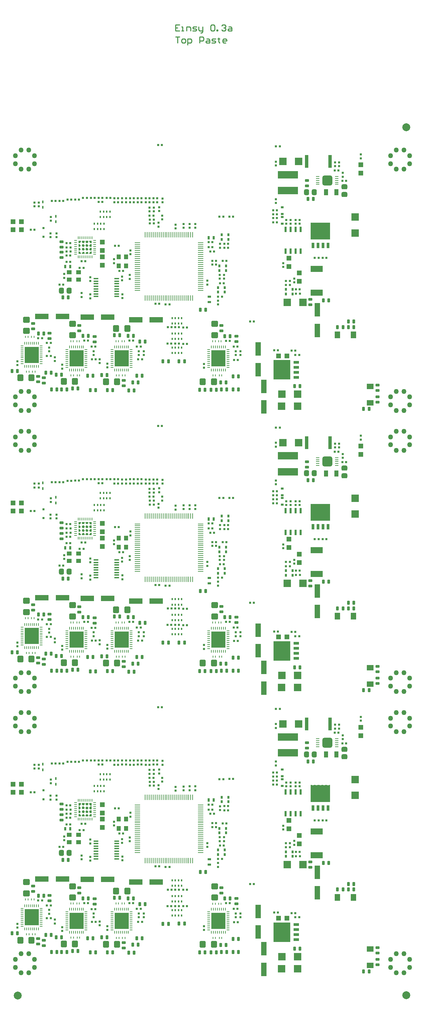
<source format=gtp>
G04 Layer_Color=8421504*
%FSLAX24Y24*%
%MOIN*%
G70*
G01*
G75*
G04:AMPARAMS|DCode=11|XSize=78.7mil|YSize=78.7mil|CornerRadius=39.4mil|HoleSize=0mil|Usage=FLASHONLY|Rotation=90.000|XOffset=0mil|YOffset=0mil|HoleType=Round|Shape=RoundedRectangle|*
%AMROUNDEDRECTD11*
21,1,0.0787,0.0000,0,0,90.0*
21,1,0.0000,0.0787,0,0,90.0*
1,1,0.0787,0.0000,0.0000*
1,1,0.0787,0.0000,0.0000*
1,1,0.0787,0.0000,0.0000*
1,1,0.0787,0.0000,0.0000*
%
%ADD11ROUNDEDRECTD11*%
%ADD12C,0.0100*%
G04:AMPARAMS|DCode=154|XSize=27.1mil|YSize=37.4mil|CornerRadius=4.8mil|HoleSize=0mil|Usage=FLASHONLY|Rotation=180.000|XOffset=0mil|YOffset=0mil|HoleType=Round|Shape=RoundedRectangle|*
%AMROUNDEDRECTD154*
21,1,0.0271,0.0277,0,0,180.0*
21,1,0.0175,0.0374,0,0,180.0*
1,1,0.0097,-0.0087,0.0139*
1,1,0.0097,0.0087,0.0139*
1,1,0.0097,0.0087,-0.0139*
1,1,0.0097,-0.0087,-0.0139*
%
%ADD154ROUNDEDRECTD154*%
G04:AMPARAMS|DCode=155|XSize=27.1mil|YSize=37.4mil|CornerRadius=4.8mil|HoleSize=0mil|Usage=FLASHONLY|Rotation=90.000|XOffset=0mil|YOffset=0mil|HoleType=Round|Shape=RoundedRectangle|*
%AMROUNDEDRECTD155*
21,1,0.0271,0.0277,0,0,90.0*
21,1,0.0175,0.0374,0,0,90.0*
1,1,0.0097,0.0139,0.0087*
1,1,0.0097,0.0139,-0.0087*
1,1,0.0097,-0.0139,-0.0087*
1,1,0.0097,-0.0139,0.0087*
%
%ADD155ROUNDEDRECTD155*%
G04:AMPARAMS|DCode=156|XSize=20mil|YSize=22mil|CornerRadius=3.4mil|HoleSize=0mil|Usage=FLASHONLY|Rotation=270.000|XOffset=0mil|YOffset=0mil|HoleType=Round|Shape=RoundedRectangle|*
%AMROUNDEDRECTD156*
21,1,0.0200,0.0152,0,0,270.0*
21,1,0.0132,0.0220,0,0,270.0*
1,1,0.0068,-0.0076,-0.0066*
1,1,0.0068,-0.0076,0.0066*
1,1,0.0068,0.0076,0.0066*
1,1,0.0068,0.0076,-0.0066*
%
%ADD156ROUNDEDRECTD156*%
%ADD157R,0.0180X0.0260*%
%ADD158R,0.0244X0.0326*%
%ADD159R,0.0531X0.1319*%
%ADD160R,0.1319X0.0531*%
%ADD161C,0.0500*%
%ADD162R,0.0460X0.0460*%
%ADD163R,0.0460X0.0460*%
%ADD164R,0.0400X0.0500*%
%ADD165R,0.0770X0.0770*%
%ADD166R,0.0770X0.0770*%
%ADD167R,0.0689X0.0523*%
G04:AMPARAMS|DCode=168|XSize=20mil|YSize=22mil|CornerRadius=3.4mil|HoleSize=0mil|Usage=FLASHONLY|Rotation=180.000|XOffset=0mil|YOffset=0mil|HoleType=Round|Shape=RoundedRectangle|*
%AMROUNDEDRECTD168*
21,1,0.0200,0.0152,0,0,180.0*
21,1,0.0132,0.0220,0,0,180.0*
1,1,0.0068,-0.0066,0.0076*
1,1,0.0068,0.0066,0.0076*
1,1,0.0068,0.0066,-0.0076*
1,1,0.0068,-0.0066,-0.0076*
%
%ADD168ROUNDEDRECTD168*%
G04:AMPARAMS|DCode=169|XSize=50mil|YSize=58mil|CornerRadius=12mil|HoleSize=0mil|Usage=FLASHONLY|Rotation=0.000|XOffset=0mil|YOffset=0mil|HoleType=Round|Shape=RoundedRectangle|*
%AMROUNDEDRECTD169*
21,1,0.0500,0.0340,0,0,0.0*
21,1,0.0260,0.0580,0,0,0.0*
1,1,0.0240,0.0130,-0.0170*
1,1,0.0240,-0.0130,-0.0170*
1,1,0.0240,-0.0130,0.0170*
1,1,0.0240,0.0130,0.0170*
%
%ADD169ROUNDEDRECTD169*%
%ADD170R,0.0098X0.0197*%
%ADD171R,0.0180X0.0240*%
G04:AMPARAMS|DCode=172|XSize=61mil|YSize=69mil|CornerRadius=14.7mil|HoleSize=0mil|Usage=FLASHONLY|Rotation=180.000|XOffset=0mil|YOffset=0mil|HoleType=Round|Shape=RoundedRectangle|*
%AMROUNDEDRECTD172*
21,1,0.0610,0.0395,0,0,180.0*
21,1,0.0315,0.0690,0,0,180.0*
1,1,0.0295,-0.0158,0.0198*
1,1,0.0295,0.0158,0.0198*
1,1,0.0295,0.0158,-0.0198*
1,1,0.0295,-0.0158,-0.0198*
%
%ADD172ROUNDEDRECTD172*%
G04:AMPARAMS|DCode=173|XSize=61mil|YSize=69mil|CornerRadius=14.7mil|HoleSize=0mil|Usage=FLASHONLY|Rotation=90.000|XOffset=0mil|YOffset=0mil|HoleType=Round|Shape=RoundedRectangle|*
%AMROUNDEDRECTD173*
21,1,0.0610,0.0395,0,0,90.0*
21,1,0.0315,0.0690,0,0,90.0*
1,1,0.0295,0.0198,0.0158*
1,1,0.0295,0.0198,-0.0158*
1,1,0.0295,-0.0198,-0.0158*
1,1,0.0295,-0.0198,0.0158*
%
%ADD173ROUNDEDRECTD173*%
%ADD174R,0.1950X0.1680*%
%ADD175R,0.0260X0.0540*%
%ADD176R,0.0220X0.0580*%
%ADD177R,0.0540X0.0260*%
%ADD178R,0.1680X0.1950*%
%ADD179R,0.0334X0.1279*%
%ADD180R,0.0220X0.0220*%
%ADD181R,0.0580X0.0100*%
%ADD182R,0.0100X0.0580*%
%ADD183R,0.0500X0.0400*%
%ADD184R,0.1240X0.0610*%
%ADD185R,0.0523X0.0689*%
%ADD186R,0.0413X0.0649*%
G04:AMPARAMS|DCode=187|XSize=50mil|YSize=58mil|CornerRadius=12mil|HoleSize=0mil|Usage=FLASHONLY|Rotation=270.000|XOffset=0mil|YOffset=0mil|HoleType=Round|Shape=RoundedRectangle|*
%AMROUNDEDRECTD187*
21,1,0.0500,0.0340,0,0,270.0*
21,1,0.0260,0.0580,0,0,270.0*
1,1,0.0240,-0.0170,-0.0130*
1,1,0.0240,-0.0170,0.0130*
1,1,0.0240,0.0170,0.0130*
1,1,0.0240,0.0170,-0.0130*
%
%ADD187ROUNDEDRECTD187*%
%ADD188R,0.1988X0.0762*%
%ADD189R,0.0480X0.0130*%
%ADD190R,0.1397X0.1594*%
%ADD191O,0.0078X0.0315*%
%ADD192O,0.0315X0.0078*%
%ADD193R,0.0326X0.0244*%
%ADD194R,0.0295X0.0216*%
%ADD195R,0.0216X0.0295*%
%ADD196R,0.0382X0.0098*%
G04:AMPARAMS|DCode=197|XSize=103mil|YSize=103mil|CornerRadius=25.3mil|HoleSize=0mil|Usage=FLASHONLY|Rotation=180.000|XOffset=0mil|YOffset=0mil|HoleType=Round|Shape=RoundedRectangle|*
%AMROUNDEDRECTD197*
21,1,0.1030,0.0525,0,0,180.0*
21,1,0.0525,0.1030,0,0,180.0*
1,1,0.0505,-0.0262,0.0262*
1,1,0.0505,0.0262,0.0262*
1,1,0.0505,0.0262,-0.0262*
1,1,0.0505,-0.0262,-0.0262*
%
%ADD197ROUNDEDRECTD197*%
G04:AMPARAMS|DCode=198|XSize=9mil|YSize=29.5mil|CornerRadius=3.4mil|HoleSize=0mil|Usage=FLASHONLY|Rotation=270.000|XOffset=0mil|YOffset=0mil|HoleType=Round|Shape=RoundedRectangle|*
%AMROUNDEDRECTD198*
21,1,0.0090,0.0227,0,0,270.0*
21,1,0.0022,0.0295,0,0,270.0*
1,1,0.0068,-0.0113,-0.0011*
1,1,0.0068,-0.0113,0.0011*
1,1,0.0068,0.0113,0.0011*
1,1,0.0068,0.0113,-0.0011*
%
%ADD198ROUNDEDRECTD198*%
G04:AMPARAMS|DCode=199|XSize=9mil|YSize=29.5mil|CornerRadius=3.4mil|HoleSize=0mil|Usage=FLASHONLY|Rotation=180.000|XOffset=0mil|YOffset=0mil|HoleType=Round|Shape=RoundedRectangle|*
%AMROUNDEDRECTD199*
21,1,0.0090,0.0227,0,0,180.0*
21,1,0.0022,0.0295,0,0,180.0*
1,1,0.0068,-0.0011,0.0113*
1,1,0.0068,0.0011,0.0113*
1,1,0.0068,0.0011,-0.0113*
1,1,0.0068,-0.0011,-0.0113*
%
%ADD199ROUNDEDRECTD199*%
G36*
X43900Y87270D02*
X43870Y87230D01*
X43720D01*
X43680Y87270D01*
Y87510D01*
X43900D01*
Y87270D01*
D02*
G37*
G36*
X43530D02*
X43490Y87230D01*
X43350D01*
X43310Y87270D01*
Y87510D01*
X43530D01*
Y87270D01*
D02*
G37*
G36*
X43151Y87260D02*
X43116Y87230D01*
X42966D01*
X42927Y87270D01*
Y87510D01*
X43151D01*
Y87260D01*
D02*
G37*
G36*
X42773D02*
X42738Y87230D01*
X42588D01*
X42549Y87270D01*
Y87510D01*
X42773D01*
Y87260D01*
D02*
G37*
G36*
X44200Y86990D02*
X44100D01*
Y87510D01*
X44200D01*
Y86990D01*
D02*
G37*
G36*
X42379D02*
X42269D01*
Y87510D01*
X42379D01*
Y86990D01*
D02*
G37*
G36*
X43830Y85853D02*
X43700D01*
Y85900D01*
X43740Y85943D01*
X43830D01*
Y85853D01*
D02*
G37*
G36*
X43530Y85904D02*
Y85853D01*
X43320D01*
Y85904D01*
X43360Y85939D01*
X43500D01*
X43530Y85904D01*
D02*
G37*
G36*
X43151D02*
Y85853D01*
X42938D01*
Y85904D01*
X42974Y85939D01*
X43116D01*
X43151Y85904D01*
D02*
G37*
G36*
X42777Y85900D02*
Y85853D01*
X42635D01*
Y85943D01*
X42734D01*
X42777Y85900D01*
D02*
G37*
G36*
X20093Y85583D02*
X19994Y85486D01*
X19913D01*
X19818Y85579D01*
Y85712D01*
X20093D01*
Y85583D01*
D02*
G37*
G36*
X19719D02*
X19620Y85486D01*
X19539D01*
X19444Y85579D01*
Y85712D01*
X19719D01*
Y85583D01*
D02*
G37*
G36*
X20428Y85466D02*
X20310D01*
X20182Y85594D01*
Y85712D01*
X20428D01*
Y85466D01*
D02*
G37*
G36*
X19355Y85594D02*
X19227Y85466D01*
X19109D01*
Y85712D01*
X19355D01*
Y85594D01*
D02*
G37*
G36*
X19709Y85289D02*
Y85191D01*
X19631Y85112D01*
X19532D01*
X19444Y85200D01*
Y85279D01*
X19542Y85378D01*
X19621D01*
X19709Y85289D01*
D02*
G37*
G36*
X20428Y85102D02*
X20299D01*
X20202Y85201D01*
Y85283D01*
X20295Y85378D01*
X20428D01*
Y85102D01*
D02*
G37*
G36*
X20093Y85279D02*
Y85200D01*
X19995Y85102D01*
X19916D01*
X19828Y85191D01*
Y85289D01*
X19906Y85368D01*
X20005D01*
X20093Y85279D01*
D02*
G37*
G36*
X19335Y85279D02*
Y85191D01*
X19247Y85102D01*
X19109D01*
Y85378D01*
X19237D01*
X19335Y85279D01*
D02*
G37*
G36*
X19709Y84915D02*
Y84817D01*
X19631Y84738D01*
X19532D01*
X19444Y84826D01*
Y84905D01*
X19542Y85004D01*
X19621D01*
X19709Y84915D01*
D02*
G37*
G36*
X20428Y84728D02*
X20300D01*
X20202Y84826D01*
Y84915D01*
X20290Y85004D01*
X20428D01*
Y84728D01*
D02*
G37*
G36*
X20093Y84905D02*
Y84826D01*
X19995Y84728D01*
X19916D01*
X19828Y84817D01*
Y84915D01*
X19906Y84994D01*
X20005D01*
X20093Y84905D01*
D02*
G37*
G36*
X19335Y84904D02*
Y84823D01*
X19242Y84728D01*
X19109D01*
Y85004D01*
X19238D01*
X19335Y84904D01*
D02*
G37*
G36*
X20428Y84393D02*
X20182D01*
Y84511D01*
X20310Y84639D01*
X20428D01*
Y84393D01*
D02*
G37*
G36*
X20093Y84526D02*
Y84393D01*
X19818D01*
Y84522D01*
X19917Y84620D01*
X19999D01*
X20093Y84526D01*
D02*
G37*
G36*
X19719D02*
Y84393D01*
X19444D01*
Y84522D01*
X19543Y84620D01*
X19624D01*
X19719Y84526D01*
D02*
G37*
G36*
X19355Y84511D02*
Y84393D01*
X19109D01*
Y84639D01*
X19227D01*
X19355Y84511D01*
D02*
G37*
G36*
X39067Y73740D02*
X38547D01*
Y73840D01*
X39067D01*
Y73740D01*
D02*
G37*
G36*
X40205Y73340D02*
X40157D01*
X40114Y73380D01*
Y73470D01*
X40205D01*
Y73340D01*
D02*
G37*
G36*
X38827Y73510D02*
Y73360D01*
X38787Y73320D01*
X38547D01*
Y73540D01*
X38787D01*
X38827Y73510D01*
D02*
G37*
G36*
X40205Y72960D02*
X40153D01*
X40118Y73000D01*
Y73140D01*
X40153Y73170D01*
X40205D01*
Y72960D01*
D02*
G37*
G36*
X38827Y73130D02*
Y72990D01*
X38787Y72950D01*
X38547D01*
Y73170D01*
X38787D01*
X38827Y73130D01*
D02*
G37*
G36*
X40205Y72578D02*
X40153D01*
X40118Y72614D01*
Y72755D01*
X40153Y72791D01*
X40205D01*
Y72578D01*
D02*
G37*
G36*
X38827Y72755D02*
Y72606D01*
X38787Y72566D01*
X38547D01*
Y72791D01*
X38797D01*
X38827Y72755D01*
D02*
G37*
G36*
X40205Y72275D02*
X40114D01*
Y72373D01*
X40157Y72417D01*
X40205D01*
Y72275D01*
D02*
G37*
G36*
X38827Y72377D02*
Y72228D01*
X38787Y72188D01*
X38547D01*
Y72413D01*
X38797D01*
X38827Y72377D01*
D02*
G37*
G36*
X39067Y71909D02*
X38547D01*
Y72019D01*
X39067D01*
Y71909D01*
D02*
G37*
G36*
X43900Y59278D02*
X43870Y59238D01*
X43720D01*
X43680Y59278D01*
Y59518D01*
X43900D01*
Y59278D01*
D02*
G37*
G36*
X43530D02*
X43490Y59238D01*
X43350D01*
X43310Y59278D01*
Y59518D01*
X43530D01*
Y59278D01*
D02*
G37*
G36*
X43151Y59268D02*
X43116Y59238D01*
X42966D01*
X42927Y59278D01*
Y59518D01*
X43151D01*
Y59268D01*
D02*
G37*
G36*
X42773D02*
X42738Y59238D01*
X42588D01*
X42549Y59278D01*
Y59518D01*
X42773D01*
Y59268D01*
D02*
G37*
G36*
X44200Y58998D02*
X44100D01*
Y59518D01*
X44200D01*
Y58998D01*
D02*
G37*
G36*
X42379D02*
X42269D01*
Y59518D01*
X42379D01*
Y58998D01*
D02*
G37*
G36*
X43830Y57860D02*
X43700D01*
Y57908D01*
X43740Y57951D01*
X43830D01*
Y57860D01*
D02*
G37*
G36*
X43530Y57912D02*
Y57860D01*
X43320D01*
Y57912D01*
X43360Y57947D01*
X43500D01*
X43530Y57912D01*
D02*
G37*
G36*
X43151D02*
Y57860D01*
X42938D01*
Y57912D01*
X42974Y57947D01*
X43116D01*
X43151Y57912D01*
D02*
G37*
G36*
X42777Y57908D02*
Y57860D01*
X42635D01*
Y57951D01*
X42734D01*
X42777Y57908D01*
D02*
G37*
G36*
X20093Y57591D02*
X19994Y57494D01*
X19913D01*
X19818Y57587D01*
Y57720D01*
X20093D01*
Y57591D01*
D02*
G37*
G36*
X19719D02*
X19620Y57494D01*
X19539D01*
X19444Y57587D01*
Y57720D01*
X19719D01*
Y57591D01*
D02*
G37*
G36*
X20428Y57474D02*
X20310D01*
X20182Y57602D01*
Y57720D01*
X20428D01*
Y57474D01*
D02*
G37*
G36*
X19355Y57602D02*
X19227Y57474D01*
X19109D01*
Y57720D01*
X19355D01*
Y57602D01*
D02*
G37*
G36*
X19709Y57297D02*
Y57198D01*
X19631Y57120D01*
X19532D01*
X19444Y57208D01*
Y57287D01*
X19542Y57385D01*
X19621D01*
X19709Y57297D01*
D02*
G37*
G36*
X20428Y57110D02*
X20299D01*
X20202Y57209D01*
Y57291D01*
X20295Y57385D01*
X20428D01*
Y57110D01*
D02*
G37*
G36*
X20093Y57287D02*
Y57208D01*
X19995Y57110D01*
X19916D01*
X19828Y57198D01*
Y57297D01*
X19906Y57376D01*
X20005D01*
X20093Y57287D01*
D02*
G37*
G36*
X19335Y57287D02*
Y57198D01*
X19247Y57110D01*
X19109D01*
Y57385D01*
X19237D01*
X19335Y57287D01*
D02*
G37*
G36*
X19709Y56923D02*
Y56824D01*
X19631Y56746D01*
X19532D01*
X19444Y56834D01*
Y56913D01*
X19542Y57011D01*
X19621D01*
X19709Y56923D01*
D02*
G37*
G36*
X20428Y56736D02*
X20300D01*
X20202Y56834D01*
Y56923D01*
X20290Y57011D01*
X20428D01*
Y56736D01*
D02*
G37*
G36*
X20093Y56913D02*
Y56834D01*
X19995Y56736D01*
X19916D01*
X19828Y56824D01*
Y56923D01*
X19906Y57002D01*
X20005D01*
X20093Y56913D01*
D02*
G37*
G36*
X19335Y56912D02*
Y56831D01*
X19242Y56736D01*
X19109D01*
Y57011D01*
X19238D01*
X19335Y56912D01*
D02*
G37*
G36*
X20428Y56401D02*
X20182D01*
Y56519D01*
X20310Y56647D01*
X20428D01*
Y56401D01*
D02*
G37*
G36*
X20093Y56534D02*
Y56401D01*
X19818D01*
Y56530D01*
X19917Y56628D01*
X19999D01*
X20093Y56534D01*
D02*
G37*
G36*
X19719D02*
Y56401D01*
X19444D01*
Y56530D01*
X19543Y56628D01*
X19624D01*
X19719Y56534D01*
D02*
G37*
G36*
X19355Y56519D02*
Y56401D01*
X19109D01*
Y56647D01*
X19227D01*
X19355Y56519D01*
D02*
G37*
G36*
X39067Y45747D02*
X38547D01*
Y45847D01*
X39067D01*
Y45747D01*
D02*
G37*
G36*
X40205Y45347D02*
X40157D01*
X40114Y45387D01*
Y45477D01*
X40205D01*
Y45347D01*
D02*
G37*
G36*
X38827Y45517D02*
Y45367D01*
X38787Y45327D01*
X38547D01*
Y45547D01*
X38787D01*
X38827Y45517D01*
D02*
G37*
G36*
X40205Y44967D02*
X40153D01*
X40118Y45007D01*
Y45147D01*
X40153Y45177D01*
X40205D01*
Y44967D01*
D02*
G37*
G36*
X38827Y45137D02*
Y44997D01*
X38787Y44957D01*
X38547D01*
Y45177D01*
X38787D01*
X38827Y45137D01*
D02*
G37*
G36*
X40205Y44586D02*
X40153D01*
X40118Y44621D01*
Y44763D01*
X40153Y44799D01*
X40205D01*
Y44586D01*
D02*
G37*
G36*
X38827Y44763D02*
Y44614D01*
X38787Y44574D01*
X38547D01*
Y44799D01*
X38797D01*
X38827Y44763D01*
D02*
G37*
G36*
X40205Y44283D02*
X40114D01*
Y44381D01*
X40157Y44425D01*
X40205D01*
Y44283D01*
D02*
G37*
G36*
X38827Y44385D02*
Y44236D01*
X38787Y44196D01*
X38547D01*
Y44421D01*
X38797D01*
X38827Y44385D01*
D02*
G37*
G36*
X39067Y43917D02*
X38547D01*
Y44027D01*
X39067D01*
Y43917D01*
D02*
G37*
G36*
X43900Y31286D02*
X43870Y31246D01*
X43720D01*
X43680Y31286D01*
Y31526D01*
X43900D01*
Y31286D01*
D02*
G37*
G36*
X43530D02*
X43490Y31246D01*
X43350D01*
X43310Y31286D01*
Y31526D01*
X43530D01*
Y31286D01*
D02*
G37*
G36*
X43151Y31276D02*
X43116Y31246D01*
X42966D01*
X42927Y31286D01*
Y31526D01*
X43151D01*
Y31276D01*
D02*
G37*
G36*
X42773D02*
X42738Y31246D01*
X42588D01*
X42549Y31286D01*
Y31526D01*
X42773D01*
Y31276D01*
D02*
G37*
G36*
X44200Y31006D02*
X44100D01*
Y31526D01*
X44200D01*
Y31006D01*
D02*
G37*
G36*
X42379D02*
X42269D01*
Y31526D01*
X42379D01*
Y31006D01*
D02*
G37*
G36*
X43830Y29868D02*
X43700D01*
Y29916D01*
X43740Y29959D01*
X43830D01*
Y29868D01*
D02*
G37*
G36*
X43530Y29919D02*
Y29868D01*
X43320D01*
Y29919D01*
X43360Y29955D01*
X43500D01*
X43530Y29919D01*
D02*
G37*
G36*
X43151D02*
Y29868D01*
X42938D01*
Y29919D01*
X42974Y29955D01*
X43116D01*
X43151Y29919D01*
D02*
G37*
G36*
X42777Y29916D02*
Y29868D01*
X42635D01*
Y29959D01*
X42734D01*
X42777Y29916D01*
D02*
G37*
G36*
X20093Y29599D02*
X19994Y29502D01*
X19913D01*
X19818Y29595D01*
Y29728D01*
X20093D01*
Y29599D01*
D02*
G37*
G36*
X19719D02*
X19620Y29502D01*
X19539D01*
X19444Y29595D01*
Y29728D01*
X19719D01*
Y29599D01*
D02*
G37*
G36*
X20428Y29482D02*
X20310D01*
X20182Y29610D01*
Y29728D01*
X20428D01*
Y29482D01*
D02*
G37*
G36*
X19355Y29610D02*
X19227Y29482D01*
X19109D01*
Y29728D01*
X19355D01*
Y29610D01*
D02*
G37*
G36*
X19709Y29305D02*
Y29206D01*
X19631Y29128D01*
X19532D01*
X19444Y29216D01*
Y29295D01*
X19542Y29393D01*
X19621D01*
X19709Y29305D01*
D02*
G37*
G36*
X20428Y29118D02*
X20299D01*
X20202Y29217D01*
Y29299D01*
X20295Y29393D01*
X20428D01*
Y29118D01*
D02*
G37*
G36*
X20093Y29295D02*
Y29216D01*
X19995Y29118D01*
X19916D01*
X19828Y29206D01*
Y29305D01*
X19906Y29383D01*
X20005D01*
X20093Y29295D01*
D02*
G37*
G36*
X19335Y29295D02*
Y29206D01*
X19247Y29118D01*
X19109D01*
Y29393D01*
X19237D01*
X19335Y29295D01*
D02*
G37*
G36*
X19709Y28931D02*
Y28832D01*
X19631Y28754D01*
X19532D01*
X19444Y28842D01*
Y28921D01*
X19542Y29019D01*
X19621D01*
X19709Y28931D01*
D02*
G37*
G36*
X20428Y28744D02*
X20300D01*
X20202Y28842D01*
Y28931D01*
X20290Y29019D01*
X20428D01*
Y28744D01*
D02*
G37*
G36*
X20093Y28921D02*
Y28842D01*
X19995Y28744D01*
X19916D01*
X19828Y28832D01*
Y28931D01*
X19906Y29009D01*
X20005D01*
X20093Y28921D01*
D02*
G37*
G36*
X19335Y28920D02*
Y28839D01*
X19242Y28744D01*
X19109D01*
Y29019D01*
X19238D01*
X19335Y28920D01*
D02*
G37*
G36*
X20428Y28409D02*
X20182D01*
Y28527D01*
X20310Y28655D01*
X20428D01*
Y28409D01*
D02*
G37*
G36*
X20093Y28542D02*
Y28409D01*
X19818D01*
Y28538D01*
X19917Y28635D01*
X19999D01*
X20093Y28542D01*
D02*
G37*
G36*
X19719D02*
Y28409D01*
X19444D01*
Y28538D01*
X19543Y28635D01*
X19624D01*
X19719Y28542D01*
D02*
G37*
G36*
X19355Y28527D02*
Y28409D01*
X19109D01*
Y28655D01*
X19227D01*
X19355Y28527D01*
D02*
G37*
G36*
X39067Y17755D02*
X38547D01*
Y17855D01*
X39067D01*
Y17755D01*
D02*
G37*
G36*
X40205Y17355D02*
X40157D01*
X40114Y17395D01*
Y17485D01*
X40205D01*
Y17355D01*
D02*
G37*
G36*
X38827Y17525D02*
Y17375D01*
X38787Y17335D01*
X38547D01*
Y17555D01*
X38787D01*
X38827Y17525D01*
D02*
G37*
G36*
X40205Y16975D02*
X40153D01*
X40118Y17015D01*
Y17155D01*
X40153Y17185D01*
X40205D01*
Y16975D01*
D02*
G37*
G36*
X38827Y17145D02*
Y17005D01*
X38787Y16965D01*
X38547D01*
Y17185D01*
X38787D01*
X38827Y17145D01*
D02*
G37*
G36*
X40205Y16594D02*
X40153D01*
X40118Y16629D01*
Y16771D01*
X40153Y16807D01*
X40205D01*
Y16594D01*
D02*
G37*
G36*
X38827Y16771D02*
Y16621D01*
X38787Y16582D01*
X38547D01*
Y16807D01*
X38797D01*
X38827Y16771D01*
D02*
G37*
G36*
X40205Y16291D02*
X40114D01*
Y16389D01*
X40157Y16433D01*
X40205D01*
Y16291D01*
D02*
G37*
G36*
X38827Y16393D02*
Y16244D01*
X38787Y16204D01*
X38547D01*
Y16429D01*
X38797D01*
X38827Y16393D01*
D02*
G37*
G36*
X39067Y15925D02*
X38547D01*
Y16035D01*
X39067D01*
Y15925D01*
D02*
G37*
G54D11*
X51800Y96998D02*
D03*
Y10600D02*
D03*
X13061Y10561D02*
D03*
G54D12*
X28800Y106000D02*
X29200D01*
X29000D01*
Y105400D01*
X29500D02*
X29700D01*
X29800Y105500D01*
Y105700D01*
X29700Y105800D01*
X29500D01*
X29400Y105700D01*
Y105500D01*
X29500Y105400D01*
X30000Y105200D02*
Y105800D01*
X30300D01*
X30399Y105700D01*
Y105500D01*
X30300Y105400D01*
X30000D01*
X31199D02*
Y106000D01*
X31499D01*
X31599Y105900D01*
Y105700D01*
X31499Y105600D01*
X31199D01*
X31899Y105800D02*
X32099D01*
X32199Y105700D01*
Y105400D01*
X31899D01*
X31799Y105500D01*
X31899Y105600D01*
X32199D01*
X32399Y105400D02*
X32699D01*
X32799Y105500D01*
X32699Y105600D01*
X32499D01*
X32399Y105700D01*
X32499Y105800D01*
X32799D01*
X33099Y105900D02*
Y105800D01*
X32999D01*
X33199D01*
X33099D01*
Y105500D01*
X33199Y105400D01*
X33798D02*
X33598D01*
X33498Y105500D01*
Y105700D01*
X33598Y105800D01*
X33798D01*
X33898Y105700D01*
Y105600D01*
X33498D01*
X29200Y107200D02*
X28800D01*
Y106600D01*
X29200D01*
X28800Y106900D02*
X29000D01*
X29400Y106600D02*
X29600D01*
X29500D01*
Y107000D01*
X29400D01*
X29900Y106600D02*
Y107000D01*
X30200D01*
X30300Y106900D01*
Y106600D01*
X30499D02*
X30799D01*
X30899Y106700D01*
X30799Y106800D01*
X30599D01*
X30499Y106900D01*
X30599Y107000D01*
X30899D01*
X31099D02*
Y106700D01*
X31199Y106600D01*
X31499D01*
Y106500D01*
X31399Y106400D01*
X31299D01*
X31499Y106600D02*
Y107000D01*
X32299Y107100D02*
X32399Y107200D01*
X32599D01*
X32699Y107100D01*
Y106700D01*
X32599Y106600D01*
X32399D01*
X32299Y106700D01*
Y107100D01*
X32899Y106600D02*
Y106700D01*
X32999D01*
Y106600D01*
X32899D01*
X33399Y107100D02*
X33498Y107200D01*
X33698D01*
X33798Y107100D01*
Y107000D01*
X33698Y106900D01*
X33598D01*
X33698D01*
X33798Y106800D01*
Y106700D01*
X33698Y106600D01*
X33498D01*
X33399Y106700D01*
X34098Y107000D02*
X34298D01*
X34398Y106900D01*
Y106600D01*
X34098D01*
X33998Y106700D01*
X34098Y106800D01*
X34398D01*
G54D154*
X17546Y24078D02*
D03*
X18081D02*
D03*
X31251Y22859D02*
D03*
X31786D02*
D03*
X17421Y14908D02*
D03*
X17956D02*
D03*
X16948D02*
D03*
X16413D02*
D03*
X12501Y16759D02*
D03*
X13036D02*
D03*
X15871Y16599D02*
D03*
X16406D02*
D03*
X15646Y20498D02*
D03*
X15111D02*
D03*
X43511Y23779D02*
D03*
X44046D02*
D03*
X48076Y12989D02*
D03*
X47541D02*
D03*
X41981Y33879D02*
D03*
X42516D02*
D03*
X46546Y21128D02*
D03*
X46011D02*
D03*
X45476D02*
D03*
X44941D02*
D03*
X46011Y21688D02*
D03*
X46546D02*
D03*
X24646Y14828D02*
D03*
X24111D02*
D03*
X22516Y14869D02*
D03*
X21981D02*
D03*
X20281Y14858D02*
D03*
X20816D02*
D03*
X16901Y16379D02*
D03*
X17436D02*
D03*
X18511Y15008D02*
D03*
X19046D02*
D03*
X20011Y16279D02*
D03*
X20546D02*
D03*
X20106Y20248D02*
D03*
X19571D02*
D03*
X24931Y16288D02*
D03*
X25466D02*
D03*
X24596Y20248D02*
D03*
X24061D02*
D03*
X25756Y19678D02*
D03*
X25221D02*
D03*
X29141Y17729D02*
D03*
X29676D02*
D03*
X27541Y17708D02*
D03*
X28076D02*
D03*
X23216Y20319D02*
D03*
X22681D02*
D03*
X25056Y15628D02*
D03*
X24521D02*
D03*
X21946Y16358D02*
D03*
X21411D02*
D03*
X35066Y16219D02*
D03*
X34531D02*
D03*
X33691Y20238D02*
D03*
X34226D02*
D03*
X35056Y14908D02*
D03*
X34521D02*
D03*
X33361D02*
D03*
X33896D02*
D03*
X32331Y14878D02*
D03*
X32866D02*
D03*
X31736D02*
D03*
X31201D02*
D03*
X33826Y15609D02*
D03*
X33291D02*
D03*
X40661Y15249D02*
D03*
X41196D02*
D03*
X17546Y52071D02*
D03*
X18081D02*
D03*
X31251Y50851D02*
D03*
X31786D02*
D03*
X17421Y42901D02*
D03*
X17956D02*
D03*
X16948D02*
D03*
X16413D02*
D03*
X12501Y44751D02*
D03*
X13036D02*
D03*
X15871Y44591D02*
D03*
X16406D02*
D03*
X15646Y48491D02*
D03*
X15111D02*
D03*
X43511Y51771D02*
D03*
X44046D02*
D03*
X48076Y40981D02*
D03*
X47541D02*
D03*
X41981Y61871D02*
D03*
X42516D02*
D03*
X46546Y49121D02*
D03*
X46011D02*
D03*
X45476D02*
D03*
X44941D02*
D03*
X46011Y49681D02*
D03*
X46546D02*
D03*
X24646Y42821D02*
D03*
X24111D02*
D03*
X22516Y42861D02*
D03*
X21981D02*
D03*
X20281Y42851D02*
D03*
X20816D02*
D03*
X16901Y44371D02*
D03*
X17436D02*
D03*
X18511Y43001D02*
D03*
X19046D02*
D03*
X20011Y44271D02*
D03*
X20546D02*
D03*
X20106Y48241D02*
D03*
X19571D02*
D03*
X24931Y44281D02*
D03*
X25466D02*
D03*
X24596Y48241D02*
D03*
X24061D02*
D03*
X25756Y47671D02*
D03*
X25221D02*
D03*
X29141Y45721D02*
D03*
X29676D02*
D03*
X27541Y45701D02*
D03*
X28076D02*
D03*
X23216Y48311D02*
D03*
X22681D02*
D03*
X25056Y43621D02*
D03*
X24521D02*
D03*
X21946Y44351D02*
D03*
X21411D02*
D03*
X35066Y44211D02*
D03*
X34531D02*
D03*
X33691Y48231D02*
D03*
X34226D02*
D03*
X35056Y42901D02*
D03*
X34521D02*
D03*
X33361D02*
D03*
X33896D02*
D03*
X32331Y42871D02*
D03*
X32866D02*
D03*
X31736D02*
D03*
X31201D02*
D03*
X33826Y43601D02*
D03*
X33291D02*
D03*
X40661Y43241D02*
D03*
X41196D02*
D03*
X17546Y80063D02*
D03*
X18081D02*
D03*
X31251Y78843D02*
D03*
X31786D02*
D03*
X17421Y70893D02*
D03*
X17956D02*
D03*
X16948D02*
D03*
X16413D02*
D03*
X12501Y72743D02*
D03*
X13036D02*
D03*
X15871Y72583D02*
D03*
X16406D02*
D03*
X15646Y76483D02*
D03*
X15111D02*
D03*
X43511Y79763D02*
D03*
X44046D02*
D03*
X48076Y68973D02*
D03*
X47541D02*
D03*
X41981Y89863D02*
D03*
X42516D02*
D03*
X46546Y77113D02*
D03*
X46011D02*
D03*
X45476D02*
D03*
X44941D02*
D03*
X46011Y77673D02*
D03*
X46546D02*
D03*
X24646Y70813D02*
D03*
X24111D02*
D03*
X22516Y70853D02*
D03*
X21981D02*
D03*
X20281Y70843D02*
D03*
X20816D02*
D03*
X16901Y72363D02*
D03*
X17436D02*
D03*
X18511Y70993D02*
D03*
X19046D02*
D03*
X20011Y72263D02*
D03*
X20546D02*
D03*
X20106Y76233D02*
D03*
X19571D02*
D03*
X24931Y72273D02*
D03*
X25466D02*
D03*
X24596Y76233D02*
D03*
X24061D02*
D03*
X25756Y75663D02*
D03*
X25221D02*
D03*
X29141Y73713D02*
D03*
X29676D02*
D03*
X27541Y73693D02*
D03*
X28076D02*
D03*
X23216Y76303D02*
D03*
X22681D02*
D03*
X25056Y71613D02*
D03*
X24521D02*
D03*
X21946Y72343D02*
D03*
X21411D02*
D03*
X35066Y72203D02*
D03*
X34531D02*
D03*
X33691Y76223D02*
D03*
X34226D02*
D03*
X35056Y70893D02*
D03*
X34521D02*
D03*
X33361D02*
D03*
X33896D02*
D03*
X32331Y70863D02*
D03*
X32866D02*
D03*
X31736D02*
D03*
X31201D02*
D03*
X33826Y71593D02*
D03*
X33291D02*
D03*
X40661Y71233D02*
D03*
X41196D02*
D03*
G54D155*
X17418Y28586D02*
D03*
Y28051D02*
D03*
X17419Y29636D02*
D03*
Y29101D02*
D03*
X14598Y20951D02*
D03*
Y21486D02*
D03*
X15668Y16086D02*
D03*
Y15551D02*
D03*
X15099Y15691D02*
D03*
Y16226D02*
D03*
X41898Y35726D02*
D03*
Y35191D02*
D03*
X48918Y15356D02*
D03*
Y14821D02*
D03*
Y14176D02*
D03*
Y13641D02*
D03*
X42238Y23341D02*
D03*
Y23876D02*
D03*
X20728Y19661D02*
D03*
Y20196D02*
D03*
X19198Y20761D02*
D03*
Y21296D02*
D03*
X23628Y15836D02*
D03*
Y15301D02*
D03*
X34848Y19701D02*
D03*
Y20236D02*
D03*
X33359Y20771D02*
D03*
Y21306D02*
D03*
X16238Y20536D02*
D03*
Y20001D02*
D03*
X17418Y56578D02*
D03*
Y56043D02*
D03*
X17419Y57628D02*
D03*
Y57093D02*
D03*
X14598Y48943D02*
D03*
Y49478D02*
D03*
X15668Y44078D02*
D03*
Y43543D02*
D03*
X15099Y43683D02*
D03*
Y44218D02*
D03*
X41898Y63718D02*
D03*
Y63183D02*
D03*
X48918Y43348D02*
D03*
Y42813D02*
D03*
Y42168D02*
D03*
Y41633D02*
D03*
X42238Y51333D02*
D03*
Y51868D02*
D03*
X20728Y47653D02*
D03*
Y48188D02*
D03*
X19198Y48753D02*
D03*
Y49288D02*
D03*
X23628Y43828D02*
D03*
Y43293D02*
D03*
X34848Y47693D02*
D03*
Y48228D02*
D03*
X33359Y48763D02*
D03*
Y49298D02*
D03*
X16238Y48528D02*
D03*
Y47993D02*
D03*
X17418Y84571D02*
D03*
Y84035D02*
D03*
X17419Y85620D02*
D03*
Y85085D02*
D03*
X14598Y76935D02*
D03*
Y77470D02*
D03*
X15668Y72070D02*
D03*
Y71535D02*
D03*
X15099Y71675D02*
D03*
Y72210D02*
D03*
X41898Y91710D02*
D03*
Y91175D02*
D03*
X48918Y71340D02*
D03*
Y70805D02*
D03*
Y70160D02*
D03*
Y69625D02*
D03*
X42238Y79325D02*
D03*
Y79860D02*
D03*
X20728Y75645D02*
D03*
Y76180D02*
D03*
X19198Y76745D02*
D03*
Y77280D02*
D03*
X23628Y71820D02*
D03*
Y71285D02*
D03*
X34848Y75685D02*
D03*
Y76220D02*
D03*
X33359Y76755D02*
D03*
Y77290D02*
D03*
X16238Y76520D02*
D03*
Y75985D02*
D03*
G54D156*
X19421Y24131D02*
D03*
Y24510D02*
D03*
X16358Y32090D02*
D03*
Y31711D02*
D03*
X15149Y33159D02*
D03*
Y33537D02*
D03*
X45079Y37148D02*
D03*
Y37527D02*
D03*
X44679Y37529D02*
D03*
Y37150D02*
D03*
X45458Y36479D02*
D03*
Y36100D02*
D03*
X40248Y31409D02*
D03*
Y31787D02*
D03*
X41158D02*
D03*
Y31409D02*
D03*
X39839D02*
D03*
Y31787D02*
D03*
X16759Y17750D02*
D03*
Y18128D02*
D03*
X47259Y37929D02*
D03*
Y38307D02*
D03*
X40638Y25957D02*
D03*
Y25578D02*
D03*
X39539Y27109D02*
D03*
Y27487D02*
D03*
X16914Y30458D02*
D03*
Y30079D02*
D03*
X26609Y31458D02*
D03*
Y31837D02*
D03*
X33609Y26328D02*
D03*
Y25950D02*
D03*
X33038Y23767D02*
D03*
Y23389D02*
D03*
X33238Y29028D02*
D03*
Y29407D02*
D03*
X40749Y31787D02*
D03*
Y31409D02*
D03*
X21219Y17560D02*
D03*
Y17938D02*
D03*
X25619Y18738D02*
D03*
Y18360D02*
D03*
X35268D02*
D03*
Y18738D02*
D03*
X26209Y31460D02*
D03*
Y31839D02*
D03*
X33198Y26328D02*
D03*
Y25950D02*
D03*
X13029Y17718D02*
D03*
Y17342D02*
D03*
X16178Y19095D02*
D03*
Y18719D02*
D03*
X31969Y25364D02*
D03*
Y25741D02*
D03*
X14739Y33535D02*
D03*
Y33159D02*
D03*
X24218Y26309D02*
D03*
Y25931D02*
D03*
X17699Y26409D02*
D03*
Y26031D02*
D03*
X22648Y27499D02*
D03*
Y27875D02*
D03*
X28798Y31339D02*
D03*
Y30961D02*
D03*
X20305Y23996D02*
D03*
Y24373D02*
D03*
X23484Y24402D02*
D03*
Y24025D02*
D03*
X23474Y26152D02*
D03*
Y25775D02*
D03*
X20295Y25716D02*
D03*
Y26093D02*
D03*
X16314Y30082D02*
D03*
Y30459D02*
D03*
X20638Y18736D02*
D03*
Y18359D02*
D03*
X17488Y17378D02*
D03*
Y17002D02*
D03*
X25138Y18359D02*
D03*
Y18736D02*
D03*
X21999Y17488D02*
D03*
Y17112D02*
D03*
X34788Y18736D02*
D03*
Y18359D02*
D03*
X31639Y17469D02*
D03*
Y17091D02*
D03*
X27469Y31858D02*
D03*
Y32236D02*
D03*
X27088Y31509D02*
D03*
Y31131D02*
D03*
X27478Y33549D02*
D03*
Y33925D02*
D03*
X26198Y33026D02*
D03*
Y32648D02*
D03*
X30749Y31019D02*
D03*
Y31395D02*
D03*
X30178D02*
D03*
Y31019D02*
D03*
X29599Y31009D02*
D03*
Y31386D02*
D03*
X24299Y28389D02*
D03*
Y28765D02*
D03*
X26618Y32650D02*
D03*
Y33029D02*
D03*
X27159Y32689D02*
D03*
Y33067D02*
D03*
X38798Y33858D02*
D03*
Y33480D02*
D03*
X38779Y37599D02*
D03*
Y37220D02*
D03*
X19421Y52123D02*
D03*
Y52502D02*
D03*
X16358Y60082D02*
D03*
Y59703D02*
D03*
X15149Y61151D02*
D03*
Y61530D02*
D03*
X45079Y65141D02*
D03*
Y65520D02*
D03*
X44679Y65521D02*
D03*
Y65142D02*
D03*
X45458Y64471D02*
D03*
Y64092D02*
D03*
X40248Y59401D02*
D03*
Y59780D02*
D03*
X41158D02*
D03*
Y59401D02*
D03*
X39839D02*
D03*
Y59780D02*
D03*
X16759Y45742D02*
D03*
Y46121D02*
D03*
X47259Y65921D02*
D03*
Y66300D02*
D03*
X40638Y53950D02*
D03*
Y53571D02*
D03*
X39539Y55101D02*
D03*
Y55480D02*
D03*
X16914Y58450D02*
D03*
Y58071D02*
D03*
X26609Y59451D02*
D03*
Y59830D02*
D03*
X33609Y54321D02*
D03*
Y53942D02*
D03*
X33038Y51760D02*
D03*
Y51381D02*
D03*
X33238Y57021D02*
D03*
Y57400D02*
D03*
X40749Y59780D02*
D03*
Y59401D02*
D03*
X21219Y45552D02*
D03*
Y45931D02*
D03*
X25619Y46731D02*
D03*
Y46352D02*
D03*
X35268D02*
D03*
Y46731D02*
D03*
X26209Y59452D02*
D03*
Y59831D02*
D03*
X33198Y54321D02*
D03*
Y53942D02*
D03*
X13029Y45711D02*
D03*
Y45334D02*
D03*
X16178Y47088D02*
D03*
Y46711D02*
D03*
X31969Y53356D02*
D03*
Y53733D02*
D03*
X14739Y61528D02*
D03*
Y61151D02*
D03*
X24218Y54301D02*
D03*
Y53924D02*
D03*
X17699Y54401D02*
D03*
Y54024D02*
D03*
X22648Y55491D02*
D03*
Y55868D02*
D03*
X28798Y59331D02*
D03*
Y58954D02*
D03*
X20305Y51988D02*
D03*
Y52365D02*
D03*
X23484Y52394D02*
D03*
Y52017D02*
D03*
X23474Y54144D02*
D03*
Y53767D02*
D03*
X20295Y53708D02*
D03*
Y54085D02*
D03*
X16314Y58074D02*
D03*
Y58451D02*
D03*
X20638Y46728D02*
D03*
Y46351D02*
D03*
X17488Y45371D02*
D03*
Y44994D02*
D03*
X25138Y46351D02*
D03*
Y46728D02*
D03*
X21999Y45481D02*
D03*
Y45104D02*
D03*
X34788Y46728D02*
D03*
Y46351D02*
D03*
X31639Y45461D02*
D03*
Y45084D02*
D03*
X27469Y59851D02*
D03*
Y60228D02*
D03*
X27088Y59501D02*
D03*
Y59124D02*
D03*
X27478Y61541D02*
D03*
Y61918D02*
D03*
X26198Y61018D02*
D03*
Y60641D02*
D03*
X30749Y59011D02*
D03*
Y59388D02*
D03*
X30178D02*
D03*
Y59011D02*
D03*
X29599Y59001D02*
D03*
Y59378D02*
D03*
X24299Y56381D02*
D03*
Y56758D02*
D03*
X26618Y60642D02*
D03*
Y61021D02*
D03*
X27159Y60681D02*
D03*
Y61060D02*
D03*
X38798Y61851D02*
D03*
Y61472D02*
D03*
X38779Y65591D02*
D03*
Y65212D02*
D03*
X19421Y80115D02*
D03*
Y80494D02*
D03*
X16358Y88074D02*
D03*
Y87695D02*
D03*
X15149Y89143D02*
D03*
Y89522D02*
D03*
X45079Y93133D02*
D03*
Y93512D02*
D03*
X44679Y93513D02*
D03*
Y93134D02*
D03*
X45458Y92463D02*
D03*
Y92084D02*
D03*
X40248Y87393D02*
D03*
Y87772D02*
D03*
X41158D02*
D03*
Y87393D02*
D03*
X39839D02*
D03*
Y87772D02*
D03*
X16759Y73734D02*
D03*
Y74113D02*
D03*
X47259Y93913D02*
D03*
Y94292D02*
D03*
X40638Y81942D02*
D03*
Y81563D02*
D03*
X39539Y83093D02*
D03*
Y83472D02*
D03*
X16914Y86442D02*
D03*
Y86063D02*
D03*
X26609Y87443D02*
D03*
Y87822D02*
D03*
X33609Y82313D02*
D03*
Y81934D02*
D03*
X33038Y79752D02*
D03*
Y79373D02*
D03*
X33238Y85013D02*
D03*
Y85392D02*
D03*
X40749Y87772D02*
D03*
Y87393D02*
D03*
X21219Y73544D02*
D03*
Y73923D02*
D03*
X25619Y74723D02*
D03*
Y74344D02*
D03*
X35268D02*
D03*
Y74723D02*
D03*
X26209Y87444D02*
D03*
Y87823D02*
D03*
X33198Y82313D02*
D03*
Y81934D02*
D03*
X13029Y73703D02*
D03*
Y73326D02*
D03*
X16178Y75080D02*
D03*
Y74703D02*
D03*
X31969Y81348D02*
D03*
Y81725D02*
D03*
X14739Y89520D02*
D03*
Y89143D02*
D03*
X24218Y82293D02*
D03*
Y81916D02*
D03*
X17699Y82393D02*
D03*
Y82016D02*
D03*
X22648Y83483D02*
D03*
Y83860D02*
D03*
X28798Y87323D02*
D03*
Y86946D02*
D03*
X20305Y79980D02*
D03*
Y80357D02*
D03*
X23484Y80386D02*
D03*
Y80009D02*
D03*
X23474Y82136D02*
D03*
Y81759D02*
D03*
X20295Y81700D02*
D03*
Y82077D02*
D03*
X16314Y86066D02*
D03*
Y86443D02*
D03*
X20638Y74720D02*
D03*
Y74343D02*
D03*
X17488Y73363D02*
D03*
Y72986D02*
D03*
X25138Y74343D02*
D03*
Y74720D02*
D03*
X21999Y73473D02*
D03*
Y73096D02*
D03*
X34788Y74720D02*
D03*
Y74343D02*
D03*
X31639Y73453D02*
D03*
Y73076D02*
D03*
X27469Y87843D02*
D03*
Y88220D02*
D03*
X27088Y87493D02*
D03*
Y87116D02*
D03*
X27478Y89533D02*
D03*
Y89910D02*
D03*
X26198Y89010D02*
D03*
Y88633D02*
D03*
X30749Y87003D02*
D03*
Y87380D02*
D03*
X30178D02*
D03*
Y87003D02*
D03*
X29599Y86993D02*
D03*
Y87370D02*
D03*
X24299Y84373D02*
D03*
Y84750D02*
D03*
X26618Y88634D02*
D03*
Y89013D02*
D03*
X27159Y88673D02*
D03*
Y89052D02*
D03*
X38798Y89843D02*
D03*
Y89464D02*
D03*
X38779Y93583D02*
D03*
Y93204D02*
D03*
G54D157*
X16860Y31614D02*
D03*
Y32165D02*
D03*
X15568Y33053D02*
D03*
Y33604D02*
D03*
X16860Y59606D02*
D03*
Y60157D02*
D03*
X15568Y61045D02*
D03*
Y61596D02*
D03*
X16860Y87598D02*
D03*
Y88150D02*
D03*
X15568Y89037D02*
D03*
Y89588D02*
D03*
G54D158*
X32600Y30029D02*
D03*
X32077D02*
D03*
X18300Y27159D02*
D03*
X17777D02*
D03*
X32600Y58021D02*
D03*
X32077D02*
D03*
X18300Y55151D02*
D03*
X17777D02*
D03*
X32600Y86013D02*
D03*
X32077D02*
D03*
X18300Y83143D02*
D03*
X17777D02*
D03*
G54D159*
X42919Y20805D02*
D03*
Y22852D02*
D03*
X37009Y16905D02*
D03*
Y18952D02*
D03*
X37599Y13185D02*
D03*
Y15232D02*
D03*
X42919Y48797D02*
D03*
Y50844D02*
D03*
X37009Y44897D02*
D03*
Y46944D02*
D03*
X37599Y41177D02*
D03*
Y43224D02*
D03*
X42919Y76789D02*
D03*
Y78836D02*
D03*
X37009Y72889D02*
D03*
Y74936D02*
D03*
X37599Y69169D02*
D03*
Y71216D02*
D03*
G54D160*
X22042Y22129D02*
D03*
X19995D02*
D03*
X26858Y21858D02*
D03*
X24811D02*
D03*
X17522Y22178D02*
D03*
X15475D02*
D03*
X22042Y50121D02*
D03*
X19995D02*
D03*
X26858Y49851D02*
D03*
X24811D02*
D03*
X17522Y50171D02*
D03*
X15475D02*
D03*
X22042Y78113D02*
D03*
X19995D02*
D03*
X26858Y77843D02*
D03*
X24811D02*
D03*
X17522Y78163D02*
D03*
X15475D02*
D03*
G54D161*
X14173Y12835D02*
D03*
X13386D02*
D03*
X12835Y13386D02*
D03*
Y14173D02*
D03*
X13386Y14724D02*
D03*
X14173D02*
D03*
X14724Y14173D02*
D03*
Y13386D02*
D03*
X14173Y36850D02*
D03*
X13386D02*
D03*
X12835Y37402D02*
D03*
Y38189D02*
D03*
X13386Y38740D02*
D03*
X14173D02*
D03*
X14724Y38189D02*
D03*
Y37402D02*
D03*
X51575Y36850D02*
D03*
X50787D02*
D03*
X50236Y37402D02*
D03*
Y38189D02*
D03*
X50787Y38740D02*
D03*
X51575D02*
D03*
X52126Y38189D02*
D03*
Y37402D02*
D03*
X51575Y12835D02*
D03*
X50787D02*
D03*
X50236Y13386D02*
D03*
Y14173D02*
D03*
X50787Y14724D02*
D03*
X51575D02*
D03*
X52126Y14173D02*
D03*
Y13386D02*
D03*
X14173Y40827D02*
D03*
X13386D02*
D03*
X12835Y41378D02*
D03*
Y42165D02*
D03*
X13386Y42717D02*
D03*
X14173D02*
D03*
X14724Y42165D02*
D03*
Y41378D02*
D03*
X14173Y64843D02*
D03*
X13386D02*
D03*
X12835Y65394D02*
D03*
Y66181D02*
D03*
X13386Y66732D02*
D03*
X14173D02*
D03*
X14724Y66181D02*
D03*
Y65394D02*
D03*
X51575Y64843D02*
D03*
X50787D02*
D03*
X50236Y65394D02*
D03*
Y66181D02*
D03*
X50787Y66732D02*
D03*
X51575D02*
D03*
X52126Y66181D02*
D03*
Y65394D02*
D03*
X51575Y40827D02*
D03*
X50787D02*
D03*
X50236Y41378D02*
D03*
Y42165D02*
D03*
X50787Y42717D02*
D03*
X51575D02*
D03*
X52126Y42165D02*
D03*
Y41378D02*
D03*
X14173Y68819D02*
D03*
X13386D02*
D03*
X12835Y69370D02*
D03*
Y70157D02*
D03*
X13386Y70709D02*
D03*
X14173D02*
D03*
X14724Y70157D02*
D03*
Y69370D02*
D03*
X14173Y92835D02*
D03*
X13386D02*
D03*
X12835Y93386D02*
D03*
Y94173D02*
D03*
X13386Y94724D02*
D03*
X14173D02*
D03*
X14724Y94173D02*
D03*
Y93386D02*
D03*
X51575Y92835D02*
D03*
X50787D02*
D03*
X50236Y93386D02*
D03*
Y94173D02*
D03*
X50787Y94724D02*
D03*
X51575D02*
D03*
X52126Y94173D02*
D03*
Y93386D02*
D03*
X51575Y68819D02*
D03*
X50787D02*
D03*
X50236Y69370D02*
D03*
Y70157D02*
D03*
X50787Y70709D02*
D03*
X51575D02*
D03*
X52126Y70157D02*
D03*
Y69370D02*
D03*
G54D162*
X12599Y30819D02*
D03*
X13432D02*
D03*
X12599Y31618D02*
D03*
X13432D02*
D03*
X39889Y18269D02*
D03*
X39055D02*
D03*
X12599Y58811D02*
D03*
X13432D02*
D03*
X12599Y59611D02*
D03*
X13432D02*
D03*
X39889Y46261D02*
D03*
X39055D02*
D03*
X12599Y86803D02*
D03*
X13432D02*
D03*
X12599Y87603D02*
D03*
X13432D02*
D03*
X39889Y74253D02*
D03*
X39055D02*
D03*
G54D163*
X21486Y28127D02*
D03*
Y27293D02*
D03*
X21496Y28743D02*
D03*
Y29577D02*
D03*
X47259Y36449D02*
D03*
Y37282D02*
D03*
X40089Y27998D02*
D03*
Y27165D02*
D03*
X41139Y26518D02*
D03*
Y25685D02*
D03*
X21486Y56119D02*
D03*
Y55285D02*
D03*
X21496Y56736D02*
D03*
Y57569D02*
D03*
X47259Y64441D02*
D03*
Y65274D02*
D03*
X40089Y55991D02*
D03*
Y55157D02*
D03*
X41139Y54511D02*
D03*
Y53677D02*
D03*
X21486Y84111D02*
D03*
Y83278D02*
D03*
X21496Y84728D02*
D03*
Y85561D02*
D03*
X47259Y92433D02*
D03*
Y93266D02*
D03*
X40089Y83983D02*
D03*
Y83149D02*
D03*
X41139Y82503D02*
D03*
Y81669D02*
D03*
G54D164*
X23844Y27216D02*
D03*
Y28128D02*
D03*
X23110D02*
D03*
Y27216D02*
D03*
X23844Y55208D02*
D03*
Y56121D02*
D03*
X23110D02*
D03*
Y55208D02*
D03*
X23844Y83200D02*
D03*
Y84113D02*
D03*
X23110D02*
D03*
Y83200D02*
D03*
G54D165*
X46679Y30501D02*
D03*
Y32078D02*
D03*
Y58493D02*
D03*
Y60071D02*
D03*
Y86485D02*
D03*
Y88063D02*
D03*
G54D166*
X40944Y13247D02*
D03*
X39367D02*
D03*
X40953Y14445D02*
D03*
X39376D02*
D03*
X41496Y23598D02*
D03*
X39918D02*
D03*
X39481Y37619D02*
D03*
X41059D02*
D03*
X40944Y41239D02*
D03*
X39367D02*
D03*
X40953Y42437D02*
D03*
X39376D02*
D03*
X41496Y51591D02*
D03*
X39918D02*
D03*
X39481Y65611D02*
D03*
X41059D02*
D03*
X40944Y69231D02*
D03*
X39367D02*
D03*
X40953Y70430D02*
D03*
X39376D02*
D03*
X41496Y79583D02*
D03*
X39918D02*
D03*
X39481Y93603D02*
D03*
X41059D02*
D03*
G54D167*
X48179Y13587D02*
D03*
Y15210D02*
D03*
Y41580D02*
D03*
Y43202D02*
D03*
Y69572D02*
D03*
Y71194D02*
D03*
G54D168*
X38897Y31978D02*
D03*
X38519D02*
D03*
X33658Y29009D02*
D03*
X34037D02*
D03*
X14360Y30808D02*
D03*
X14739D02*
D03*
X33589Y25498D02*
D03*
X33210D02*
D03*
X38620Y18829D02*
D03*
X38998D02*
D03*
X40739Y18779D02*
D03*
X40360D02*
D03*
X40740Y18359D02*
D03*
X41118D02*
D03*
X43049Y28019D02*
D03*
X42670D02*
D03*
X43460D02*
D03*
X43839D02*
D03*
X18309Y29069D02*
D03*
X17930D02*
D03*
X34037Y29429D02*
D03*
X33658D02*
D03*
X45799Y35679D02*
D03*
X45420D02*
D03*
X23068Y33549D02*
D03*
X22690D02*
D03*
X26188D02*
D03*
X25810D02*
D03*
X39800Y25738D02*
D03*
X40178D02*
D03*
X38897Y31569D02*
D03*
X38519D02*
D03*
X40177Y25329D02*
D03*
X39799D02*
D03*
X32827Y27348D02*
D03*
X32448D02*
D03*
X33419Y24169D02*
D03*
X33040D02*
D03*
X41177Y24448D02*
D03*
X40799D02*
D03*
X38898Y32369D02*
D03*
X38520D02*
D03*
X36221Y21688D02*
D03*
X36598D02*
D03*
X16349Y19548D02*
D03*
X15971D02*
D03*
X15486Y20029D02*
D03*
X15108D02*
D03*
X15969Y18269D02*
D03*
X16345D02*
D03*
X32096Y29075D02*
D03*
X32473D02*
D03*
X28185Y23386D02*
D03*
X27808D02*
D03*
X17608Y25368D02*
D03*
X17232D02*
D03*
X18305Y28259D02*
D03*
X17929D02*
D03*
X18305Y29499D02*
D03*
X17929D02*
D03*
X19231Y27039D02*
D03*
X19609D02*
D03*
X19415Y27686D02*
D03*
X19792D02*
D03*
X23565Y26721D02*
D03*
X23188D02*
D03*
X32254Y28661D02*
D03*
X32631D02*
D03*
X33479Y27719D02*
D03*
X33856D02*
D03*
X32092Y29588D02*
D03*
X32469D02*
D03*
X29923Y21097D02*
D03*
X29546D02*
D03*
Y19463D02*
D03*
X29923D02*
D03*
X28765Y21107D02*
D03*
X29142D02*
D03*
Y19473D02*
D03*
X28765D02*
D03*
X28017Y21107D02*
D03*
X28394D02*
D03*
X28365Y19473D02*
D03*
X27988D02*
D03*
X32829Y27729D02*
D03*
X32452D02*
D03*
X45036Y36728D02*
D03*
X44658D02*
D03*
X20802Y19188D02*
D03*
X20425D02*
D03*
X20066Y19778D02*
D03*
X19689D02*
D03*
X20449Y17909D02*
D03*
X20826D02*
D03*
X24941Y19198D02*
D03*
X25319D02*
D03*
X24565Y19778D02*
D03*
X24188D02*
D03*
X25445Y17909D02*
D03*
X25069D02*
D03*
X34969Y19198D02*
D03*
X34592D02*
D03*
X34195Y19769D02*
D03*
X33819D02*
D03*
X34629Y17868D02*
D03*
X35006D02*
D03*
X18011Y33828D02*
D03*
X18389D02*
D03*
X16829Y33688D02*
D03*
X16451D02*
D03*
X19571Y33979D02*
D03*
X19949D02*
D03*
X17608Y33688D02*
D03*
X17232D02*
D03*
X21502Y33979D02*
D03*
X21126D02*
D03*
X26188Y33958D02*
D03*
X25812D02*
D03*
X26581D02*
D03*
X26958D02*
D03*
X25029Y33969D02*
D03*
X25405D02*
D03*
X23472Y33958D02*
D03*
X23849D02*
D03*
X24248Y33969D02*
D03*
X24625D02*
D03*
X23066D02*
D03*
X22689D02*
D03*
X26579Y32239D02*
D03*
X26202D02*
D03*
X34151Y32129D02*
D03*
X34529D02*
D03*
X22285Y33979D02*
D03*
X21909D02*
D03*
X23128Y29218D02*
D03*
X22752D02*
D03*
X26779Y23449D02*
D03*
X27155D02*
D03*
X40799Y24878D02*
D03*
X41175D02*
D03*
X38521Y32768D02*
D03*
X38898D02*
D03*
X39176Y39109D02*
D03*
X38798D02*
D03*
X27058Y39269D02*
D03*
X27436D02*
D03*
X18305Y27619D02*
D03*
X17929D02*
D03*
X17930Y28658D02*
D03*
X18309D02*
D03*
X19167Y33839D02*
D03*
X18788D02*
D03*
X20348Y33988D02*
D03*
X20727D02*
D03*
X21507Y33579D02*
D03*
X21128D02*
D03*
X23847Y33558D02*
D03*
X23468D02*
D03*
X24629Y33549D02*
D03*
X24250D02*
D03*
X25029Y33558D02*
D03*
X25407D02*
D03*
X26957D02*
D03*
X26579D02*
D03*
X33170Y32109D02*
D03*
X33549D02*
D03*
X38897Y59971D02*
D03*
X38519D02*
D03*
X33658Y57001D02*
D03*
X34037D02*
D03*
X14360Y58801D02*
D03*
X14739D02*
D03*
X33589Y53491D02*
D03*
X33210D02*
D03*
X38620Y46821D02*
D03*
X38998D02*
D03*
X40739Y46771D02*
D03*
X40360D02*
D03*
X40740Y46351D02*
D03*
X41118D02*
D03*
X43049Y56011D02*
D03*
X42670D02*
D03*
X43460D02*
D03*
X43839D02*
D03*
X18309Y57061D02*
D03*
X17930D02*
D03*
X34037Y57421D02*
D03*
X33658D02*
D03*
X45799Y63671D02*
D03*
X45420D02*
D03*
X23068Y61541D02*
D03*
X22690D02*
D03*
X26188D02*
D03*
X25810D02*
D03*
X39800Y53731D02*
D03*
X40178D02*
D03*
X38897Y59561D02*
D03*
X38519D02*
D03*
X40177Y53321D02*
D03*
X39799D02*
D03*
X32827Y55341D02*
D03*
X32448D02*
D03*
X33419Y52161D02*
D03*
X33040D02*
D03*
X41177Y52441D02*
D03*
X40799D02*
D03*
X38898Y60361D02*
D03*
X38520D02*
D03*
X36221Y49681D02*
D03*
X36598D02*
D03*
X16349Y47541D02*
D03*
X15971D02*
D03*
X15486Y48021D02*
D03*
X15108D02*
D03*
X15969Y46261D02*
D03*
X16345D02*
D03*
X32096Y57067D02*
D03*
X32473D02*
D03*
X28185Y51379D02*
D03*
X27808D02*
D03*
X17608Y53361D02*
D03*
X17232D02*
D03*
X18305Y56251D02*
D03*
X17929D02*
D03*
X18305Y57491D02*
D03*
X17929D02*
D03*
X19231Y55031D02*
D03*
X19609D02*
D03*
X19415Y55679D02*
D03*
X19792D02*
D03*
X23565Y54713D02*
D03*
X23188D02*
D03*
X32254Y56654D02*
D03*
X32631D02*
D03*
X33479Y55711D02*
D03*
X33856D02*
D03*
X32092Y57581D02*
D03*
X32469D02*
D03*
X29923Y49089D02*
D03*
X29546D02*
D03*
Y47455D02*
D03*
X29923D02*
D03*
X28765Y49099D02*
D03*
X29142D02*
D03*
Y47465D02*
D03*
X28765D02*
D03*
X28017Y49099D02*
D03*
X28394D02*
D03*
X28365Y47465D02*
D03*
X27988D02*
D03*
X32829Y55721D02*
D03*
X32452D02*
D03*
X45036Y64721D02*
D03*
X44658D02*
D03*
X20802Y47181D02*
D03*
X20425D02*
D03*
X20066Y47771D02*
D03*
X19689D02*
D03*
X20449Y45901D02*
D03*
X20826D02*
D03*
X24941Y47191D02*
D03*
X25319D02*
D03*
X24565Y47771D02*
D03*
X24188D02*
D03*
X25445Y45901D02*
D03*
X25069D02*
D03*
X34969Y47191D02*
D03*
X34592D02*
D03*
X34195Y47761D02*
D03*
X33819D02*
D03*
X34629Y45861D02*
D03*
X35006D02*
D03*
X18011Y61821D02*
D03*
X18389D02*
D03*
X16829Y61681D02*
D03*
X16451D02*
D03*
X19571Y61971D02*
D03*
X19949D02*
D03*
X17608Y61681D02*
D03*
X17232D02*
D03*
X21502Y61971D02*
D03*
X21126D02*
D03*
X26188Y61951D02*
D03*
X25812D02*
D03*
X26581D02*
D03*
X26958D02*
D03*
X25029Y61961D02*
D03*
X25405D02*
D03*
X23472Y61951D02*
D03*
X23849D02*
D03*
X24248Y61961D02*
D03*
X24625D02*
D03*
X23066D02*
D03*
X22689D02*
D03*
X26579Y60231D02*
D03*
X26202D02*
D03*
X34151Y60121D02*
D03*
X34529D02*
D03*
X22285Y61971D02*
D03*
X21909D02*
D03*
X23128Y57211D02*
D03*
X22752D02*
D03*
X26779Y51441D02*
D03*
X27155D02*
D03*
X40799Y52871D02*
D03*
X41175D02*
D03*
X38521Y60761D02*
D03*
X38898D02*
D03*
X39176Y67101D02*
D03*
X38798D02*
D03*
X27058Y67261D02*
D03*
X27436D02*
D03*
X18305Y55611D02*
D03*
X17929D02*
D03*
X17930Y56651D02*
D03*
X18309D02*
D03*
X19167Y61831D02*
D03*
X18788D02*
D03*
X20348Y61981D02*
D03*
X20727D02*
D03*
X21507Y61571D02*
D03*
X21128D02*
D03*
X23847Y61551D02*
D03*
X23468D02*
D03*
X24629Y61541D02*
D03*
X24250D02*
D03*
X25029Y61551D02*
D03*
X25407D02*
D03*
X26957D02*
D03*
X26579D02*
D03*
X33170Y60101D02*
D03*
X33549D02*
D03*
X38897Y87963D02*
D03*
X38519D02*
D03*
X33658Y84993D02*
D03*
X34037D02*
D03*
X14360Y86793D02*
D03*
X14739D02*
D03*
X33589Y81483D02*
D03*
X33210D02*
D03*
X38620Y74813D02*
D03*
X38998D02*
D03*
X40739Y74763D02*
D03*
X40360D02*
D03*
X40740Y74343D02*
D03*
X41118D02*
D03*
X43049Y84003D02*
D03*
X42670D02*
D03*
X43460D02*
D03*
X43839D02*
D03*
X18309Y85053D02*
D03*
X17930D02*
D03*
X34037Y85413D02*
D03*
X33658D02*
D03*
X45799Y91663D02*
D03*
X45420D02*
D03*
X23068Y89533D02*
D03*
X22690D02*
D03*
X26188D02*
D03*
X25810D02*
D03*
X39800Y81723D02*
D03*
X40178D02*
D03*
X38897Y87553D02*
D03*
X38519D02*
D03*
X40177Y81313D02*
D03*
X39799D02*
D03*
X32827Y83333D02*
D03*
X32448D02*
D03*
X33419Y80153D02*
D03*
X33040D02*
D03*
X41177Y80433D02*
D03*
X40799D02*
D03*
X38898Y88353D02*
D03*
X38520D02*
D03*
X36221Y77673D02*
D03*
X36598D02*
D03*
X16349Y75533D02*
D03*
X15971D02*
D03*
X15486Y76013D02*
D03*
X15108D02*
D03*
X15969Y74253D02*
D03*
X16345D02*
D03*
X32096Y85059D02*
D03*
X32473D02*
D03*
X28185Y79371D02*
D03*
X27808D02*
D03*
X17608Y81353D02*
D03*
X17232D02*
D03*
X18305Y84243D02*
D03*
X17929D02*
D03*
X18305Y85483D02*
D03*
X17929D02*
D03*
X19231Y83023D02*
D03*
X19609D02*
D03*
X19415Y83671D02*
D03*
X19792D02*
D03*
X23565Y82705D02*
D03*
X23188D02*
D03*
X32254Y84646D02*
D03*
X32631D02*
D03*
X33479Y83703D02*
D03*
X33856D02*
D03*
X32092Y85573D02*
D03*
X32469D02*
D03*
X29923Y77081D02*
D03*
X29546D02*
D03*
Y75447D02*
D03*
X29923D02*
D03*
X28765Y77091D02*
D03*
X29142D02*
D03*
Y75457D02*
D03*
X28765D02*
D03*
X28017Y77091D02*
D03*
X28394D02*
D03*
X28365Y75457D02*
D03*
X27988D02*
D03*
X32829Y83713D02*
D03*
X32452D02*
D03*
X45036Y92713D02*
D03*
X44658D02*
D03*
X20802Y75173D02*
D03*
X20425D02*
D03*
X20066Y75763D02*
D03*
X19689D02*
D03*
X20449Y73893D02*
D03*
X20826D02*
D03*
X24941Y75183D02*
D03*
X25319D02*
D03*
X24565Y75763D02*
D03*
X24188D02*
D03*
X25445Y73893D02*
D03*
X25069D02*
D03*
X34969Y75183D02*
D03*
X34592D02*
D03*
X34195Y75753D02*
D03*
X33819D02*
D03*
X34629Y73853D02*
D03*
X35006D02*
D03*
X18011Y89813D02*
D03*
X18389D02*
D03*
X16829Y89673D02*
D03*
X16451D02*
D03*
X19571Y89963D02*
D03*
X19949D02*
D03*
X17608Y89673D02*
D03*
X17232D02*
D03*
X21502Y89963D02*
D03*
X21126D02*
D03*
X26188Y89943D02*
D03*
X25812D02*
D03*
X26581D02*
D03*
X26958D02*
D03*
X25029Y89953D02*
D03*
X25405D02*
D03*
X23472Y89943D02*
D03*
X23849D02*
D03*
X24248Y89953D02*
D03*
X24625D02*
D03*
X23066D02*
D03*
X22689D02*
D03*
X26579Y88223D02*
D03*
X26202D02*
D03*
X34151Y88113D02*
D03*
X34529D02*
D03*
X22285Y89963D02*
D03*
X21909D02*
D03*
X23128Y85203D02*
D03*
X22752D02*
D03*
X26779Y79433D02*
D03*
X27155D02*
D03*
X40799Y80863D02*
D03*
X41175D02*
D03*
X38521Y88753D02*
D03*
X38898D02*
D03*
X39176Y95093D02*
D03*
X38798D02*
D03*
X27058Y95253D02*
D03*
X27436D02*
D03*
X18305Y83603D02*
D03*
X17929D02*
D03*
X17930Y84643D02*
D03*
X18309D02*
D03*
X19167Y89823D02*
D03*
X18788D02*
D03*
X20348Y89973D02*
D03*
X20727D02*
D03*
X21507Y89563D02*
D03*
X21128D02*
D03*
X23847Y89543D02*
D03*
X23468D02*
D03*
X24629Y89533D02*
D03*
X24250D02*
D03*
X25029Y89543D02*
D03*
X25407D02*
D03*
X26957D02*
D03*
X26579D02*
D03*
X33170Y88093D02*
D03*
X33549D02*
D03*
G54D169*
X42628Y34569D02*
D03*
X41874D02*
D03*
X17438Y24769D02*
D03*
X18193D02*
D03*
X42628Y62561D02*
D03*
X41874D02*
D03*
X17438Y52761D02*
D03*
X18193D02*
D03*
X42628Y90553D02*
D03*
X41874D02*
D03*
X17438Y80753D02*
D03*
X18193D02*
D03*
G54D170*
X14686Y20148D02*
D03*
X14431D02*
D03*
X14531Y16688D02*
D03*
X14786D02*
D03*
X13921D02*
D03*
X14176D02*
D03*
X18951Y19728D02*
D03*
X19206D02*
D03*
X18351D02*
D03*
X18606D02*
D03*
X18981Y16329D02*
D03*
X19236D02*
D03*
X18371D02*
D03*
X18626D02*
D03*
X23106Y19728D02*
D03*
X22851D02*
D03*
X23706D02*
D03*
X23451D02*
D03*
X23501Y16319D02*
D03*
X23756D02*
D03*
X22891D02*
D03*
X23146D02*
D03*
X33081Y19719D02*
D03*
X33336D02*
D03*
X32491D02*
D03*
X32746D02*
D03*
X33151Y16308D02*
D03*
X33406D02*
D03*
X32511D02*
D03*
X32766D02*
D03*
X14076Y20148D02*
D03*
X13821D02*
D03*
X14686Y48141D02*
D03*
X14431D02*
D03*
X14531Y44681D02*
D03*
X14786D02*
D03*
X13921D02*
D03*
X14176D02*
D03*
X18951Y47721D02*
D03*
X19206D02*
D03*
X18351D02*
D03*
X18606D02*
D03*
X18981Y44321D02*
D03*
X19236D02*
D03*
X18371D02*
D03*
X18626D02*
D03*
X23106Y47721D02*
D03*
X22851D02*
D03*
X23706D02*
D03*
X23451D02*
D03*
X23501Y44311D02*
D03*
X23756D02*
D03*
X22891D02*
D03*
X23146D02*
D03*
X33081Y47711D02*
D03*
X33336D02*
D03*
X32491D02*
D03*
X32746D02*
D03*
X33151Y44301D02*
D03*
X33406D02*
D03*
X32511D02*
D03*
X32766D02*
D03*
X14076Y48141D02*
D03*
X13821D02*
D03*
X14686Y76133D02*
D03*
X14431D02*
D03*
X14531Y72673D02*
D03*
X14786D02*
D03*
X13921D02*
D03*
X14176D02*
D03*
X18951Y75713D02*
D03*
X19206D02*
D03*
X18351D02*
D03*
X18606D02*
D03*
X18981Y72313D02*
D03*
X19236D02*
D03*
X18371D02*
D03*
X18626D02*
D03*
X23106Y75713D02*
D03*
X22851D02*
D03*
X23706D02*
D03*
X23451D02*
D03*
X23501Y72303D02*
D03*
X23756D02*
D03*
X22891D02*
D03*
X23146D02*
D03*
X33081Y75703D02*
D03*
X33336D02*
D03*
X32491D02*
D03*
X32746D02*
D03*
X33151Y72293D02*
D03*
X33406D02*
D03*
X32511D02*
D03*
X32766D02*
D03*
X14076Y76133D02*
D03*
X13821D02*
D03*
G54D171*
X29398Y22032D02*
D03*
X29083D02*
D03*
X28766D02*
D03*
X28446D02*
D03*
Y21496D02*
D03*
X28766D02*
D03*
X29083D02*
D03*
X29398D02*
D03*
Y19941D02*
D03*
X29083D02*
D03*
X28766D02*
D03*
X28446D02*
D03*
Y20477D02*
D03*
X28766D02*
D03*
X29083D02*
D03*
X29398D02*
D03*
Y19079D02*
D03*
X29083D02*
D03*
X28766D02*
D03*
X28446D02*
D03*
Y18543D02*
D03*
X28766D02*
D03*
X29083D02*
D03*
X29398D02*
D03*
X21644Y30891D02*
D03*
X21329D02*
D03*
X21011D02*
D03*
X20691D02*
D03*
Y31427D02*
D03*
X21011D02*
D03*
X21329D02*
D03*
X21644D02*
D03*
X21298Y32619D02*
D03*
X21613D02*
D03*
X21931D02*
D03*
X22251D02*
D03*
Y32083D02*
D03*
X21931D02*
D03*
X21613D02*
D03*
X21298D02*
D03*
X29398Y50024D02*
D03*
X29083D02*
D03*
X28766D02*
D03*
X28446D02*
D03*
Y49488D02*
D03*
X28766D02*
D03*
X29083D02*
D03*
X29398D02*
D03*
Y47933D02*
D03*
X29083D02*
D03*
X28766D02*
D03*
X28446D02*
D03*
Y48469D02*
D03*
X28766D02*
D03*
X29083D02*
D03*
X29398D02*
D03*
Y47071D02*
D03*
X29083D02*
D03*
X28766D02*
D03*
X28446D02*
D03*
Y46536D02*
D03*
X28766D02*
D03*
X29083D02*
D03*
X29398D02*
D03*
X21644Y58884D02*
D03*
X21329D02*
D03*
X21011D02*
D03*
X20691D02*
D03*
Y59419D02*
D03*
X21011D02*
D03*
X21329D02*
D03*
X21644D02*
D03*
X21298Y60611D02*
D03*
X21613D02*
D03*
X21931D02*
D03*
X22251D02*
D03*
Y60075D02*
D03*
X21931D02*
D03*
X21613D02*
D03*
X21298D02*
D03*
X29398Y78016D02*
D03*
X29083D02*
D03*
X28766D02*
D03*
X28446D02*
D03*
Y77480D02*
D03*
X28766D02*
D03*
X29083D02*
D03*
X29398D02*
D03*
Y75925D02*
D03*
X29083D02*
D03*
X28766D02*
D03*
X28446D02*
D03*
Y76461D02*
D03*
X28766D02*
D03*
X29083D02*
D03*
X29398D02*
D03*
Y75063D02*
D03*
X29083D02*
D03*
X28766D02*
D03*
X28446D02*
D03*
Y74528D02*
D03*
X28766D02*
D03*
X29083D02*
D03*
X29398D02*
D03*
X21644Y86876D02*
D03*
X21329D02*
D03*
X21011D02*
D03*
X20691D02*
D03*
Y87411D02*
D03*
X21011D02*
D03*
X21329D02*
D03*
X21644D02*
D03*
X21298Y88603D02*
D03*
X21613D02*
D03*
X21931D02*
D03*
X22251D02*
D03*
Y88067D02*
D03*
X21931D02*
D03*
X21613D02*
D03*
X21298D02*
D03*
G54D172*
X14428Y16078D02*
D03*
X13309D02*
D03*
X18768Y15718D02*
D03*
X17649D02*
D03*
X23979Y20989D02*
D03*
X22859D02*
D03*
X22968Y15678D02*
D03*
X21848D02*
D03*
X32618Y15689D02*
D03*
X31498D02*
D03*
X14428Y44071D02*
D03*
X13309D02*
D03*
X18768Y43711D02*
D03*
X17649D02*
D03*
X23979Y48981D02*
D03*
X22859D02*
D03*
X22968Y43671D02*
D03*
X21848D02*
D03*
X32618Y43681D02*
D03*
X31498D02*
D03*
X14428Y72063D02*
D03*
X13309D02*
D03*
X18768Y71703D02*
D03*
X17649D02*
D03*
X23979Y76973D02*
D03*
X22859D02*
D03*
X22968Y71663D02*
D03*
X21848D02*
D03*
X32618Y71673D02*
D03*
X31498D02*
D03*
G54D173*
X18519Y21449D02*
D03*
Y20329D02*
D03*
X32689Y21449D02*
D03*
Y20329D02*
D03*
X13918Y21869D02*
D03*
Y20749D02*
D03*
X18519Y49441D02*
D03*
Y48321D02*
D03*
X32689Y49441D02*
D03*
Y48321D02*
D03*
X13918Y49861D02*
D03*
Y48741D02*
D03*
X18519Y77433D02*
D03*
Y76313D02*
D03*
X32689Y77433D02*
D03*
Y76313D02*
D03*
X13918Y77853D02*
D03*
Y76733D02*
D03*
G54D174*
X43230Y30686D02*
D03*
Y58678D02*
D03*
Y86670D02*
D03*
G54D175*
X43980Y29242D02*
D03*
X43480D02*
D03*
X42980D02*
D03*
X42480D02*
D03*
X43980Y57234D02*
D03*
X43480D02*
D03*
X42980D02*
D03*
X42480D02*
D03*
X43980Y85227D02*
D03*
X43480D02*
D03*
X42980D02*
D03*
X42480D02*
D03*
G54D176*
X40749Y30853D02*
D03*
Y28680D02*
D03*
X41249Y30853D02*
D03*
X40249D02*
D03*
X39749D02*
D03*
X41249Y28680D02*
D03*
X40249D02*
D03*
X39749D02*
D03*
X40749Y58845D02*
D03*
Y56672D02*
D03*
X41249Y58845D02*
D03*
X40249D02*
D03*
X39749D02*
D03*
X41249Y56672D02*
D03*
X40249D02*
D03*
X39749D02*
D03*
X40749Y86837D02*
D03*
Y84664D02*
D03*
X41249Y86837D02*
D03*
X40249D02*
D03*
X39749D02*
D03*
X41249Y84664D02*
D03*
X40249D02*
D03*
X39749D02*
D03*
G54D177*
X40831Y16135D02*
D03*
Y16635D02*
D03*
Y17135D02*
D03*
Y17635D02*
D03*
Y44127D02*
D03*
Y44627D02*
D03*
Y45127D02*
D03*
Y45627D02*
D03*
Y72120D02*
D03*
Y72620D02*
D03*
Y73120D02*
D03*
Y73620D02*
D03*
G54D178*
X39387Y16885D02*
D03*
Y44877D02*
D03*
Y72870D02*
D03*
G54D179*
X44180Y37619D02*
D03*
X41857D02*
D03*
X44180Y65611D02*
D03*
X41857D02*
D03*
X44180Y93603D02*
D03*
X41857D02*
D03*
G54D180*
X15610Y30121D02*
D03*
Y30994D02*
D03*
Y58113D02*
D03*
Y58986D02*
D03*
Y86105D02*
D03*
Y86978D02*
D03*
G54D181*
X31286Y29531D02*
D03*
Y29334D02*
D03*
Y29137D02*
D03*
Y28940D02*
D03*
Y28743D02*
D03*
Y28546D02*
D03*
Y28350D02*
D03*
Y28153D02*
D03*
Y27956D02*
D03*
Y27759D02*
D03*
Y27562D02*
D03*
Y27365D02*
D03*
Y27169D02*
D03*
Y26969D02*
D03*
Y26769D02*
D03*
Y26569D02*
D03*
Y26379D02*
D03*
Y26179D02*
D03*
Y25979D02*
D03*
Y25789D02*
D03*
Y25589D02*
D03*
Y25389D02*
D03*
Y25199D02*
D03*
Y24999D02*
D03*
Y24799D02*
D03*
X24987D02*
D03*
Y24999D02*
D03*
Y25199D02*
D03*
Y25389D02*
D03*
Y25589D02*
D03*
Y25789D02*
D03*
Y25979D02*
D03*
Y26179D02*
D03*
Y26379D02*
D03*
Y26569D02*
D03*
Y26769D02*
D03*
Y26969D02*
D03*
Y27169D02*
D03*
Y27365D02*
D03*
Y27562D02*
D03*
Y27759D02*
D03*
Y27956D02*
D03*
Y28153D02*
D03*
Y28350D02*
D03*
Y28546D02*
D03*
Y28743D02*
D03*
Y28940D02*
D03*
Y29137D02*
D03*
Y29334D02*
D03*
Y29531D02*
D03*
X31286Y57523D02*
D03*
Y57326D02*
D03*
Y57129D02*
D03*
Y56932D02*
D03*
Y56735D02*
D03*
Y56539D02*
D03*
Y56342D02*
D03*
Y56145D02*
D03*
Y55948D02*
D03*
Y55751D02*
D03*
Y55554D02*
D03*
Y55357D02*
D03*
Y55161D02*
D03*
Y54961D02*
D03*
Y54761D02*
D03*
Y54561D02*
D03*
Y54371D02*
D03*
Y54171D02*
D03*
Y53971D02*
D03*
Y53781D02*
D03*
Y53581D02*
D03*
Y53381D02*
D03*
Y53191D02*
D03*
Y52991D02*
D03*
Y52791D02*
D03*
X24987D02*
D03*
Y52991D02*
D03*
Y53191D02*
D03*
Y53381D02*
D03*
Y53581D02*
D03*
Y53781D02*
D03*
Y53971D02*
D03*
Y54171D02*
D03*
Y54371D02*
D03*
Y54561D02*
D03*
Y54761D02*
D03*
Y54961D02*
D03*
Y55161D02*
D03*
Y55357D02*
D03*
Y55554D02*
D03*
Y55751D02*
D03*
Y55948D02*
D03*
Y56145D02*
D03*
Y56342D02*
D03*
Y56539D02*
D03*
Y56735D02*
D03*
Y56932D02*
D03*
Y57129D02*
D03*
Y57326D02*
D03*
Y57523D02*
D03*
X31286Y85515D02*
D03*
Y85318D02*
D03*
Y85121D02*
D03*
Y84924D02*
D03*
Y84728D02*
D03*
Y84531D02*
D03*
Y84334D02*
D03*
Y84137D02*
D03*
Y83940D02*
D03*
Y83743D02*
D03*
Y83546D02*
D03*
Y83350D02*
D03*
Y83153D02*
D03*
Y82953D02*
D03*
Y82753D02*
D03*
Y82553D02*
D03*
Y82363D02*
D03*
Y82163D02*
D03*
Y81963D02*
D03*
Y81773D02*
D03*
Y81573D02*
D03*
Y81373D02*
D03*
Y81183D02*
D03*
Y80983D02*
D03*
Y80783D02*
D03*
X24987D02*
D03*
Y80983D02*
D03*
Y81183D02*
D03*
Y81373D02*
D03*
Y81573D02*
D03*
Y81773D02*
D03*
Y81963D02*
D03*
Y82163D02*
D03*
Y82363D02*
D03*
Y82553D02*
D03*
Y82753D02*
D03*
Y82953D02*
D03*
Y83153D02*
D03*
Y83350D02*
D03*
Y83546D02*
D03*
Y83743D02*
D03*
Y83940D02*
D03*
Y84137D02*
D03*
Y84334D02*
D03*
Y84531D02*
D03*
Y84728D02*
D03*
Y84924D02*
D03*
Y85121D02*
D03*
Y85318D02*
D03*
Y85515D02*
D03*
G54D182*
X30506Y24018D02*
D03*
X30306D02*
D03*
X30106D02*
D03*
X29916D02*
D03*
X29716D02*
D03*
X29516D02*
D03*
X29326D02*
D03*
X29126D02*
D03*
X28926D02*
D03*
X28736D02*
D03*
X28536D02*
D03*
X28336D02*
D03*
X28136D02*
D03*
X27940D02*
D03*
X27743D02*
D03*
X27546D02*
D03*
X27349D02*
D03*
X27152D02*
D03*
X26955D02*
D03*
X26758D02*
D03*
X26562D02*
D03*
X26365D02*
D03*
X26168D02*
D03*
X25971D02*
D03*
X25774D02*
D03*
Y30318D02*
D03*
X25971D02*
D03*
X26168D02*
D03*
X26365D02*
D03*
X26562D02*
D03*
X26758D02*
D03*
X26955D02*
D03*
X27152D02*
D03*
X27349D02*
D03*
X27546D02*
D03*
X27743D02*
D03*
X27940D02*
D03*
X28136D02*
D03*
X28336D02*
D03*
X28536D02*
D03*
X28736D02*
D03*
X28926D02*
D03*
X29126D02*
D03*
X29326D02*
D03*
X29516D02*
D03*
X29716D02*
D03*
X29916D02*
D03*
X30106D02*
D03*
X30306D02*
D03*
X30506D02*
D03*
Y52011D02*
D03*
X30306D02*
D03*
X30106D02*
D03*
X29916D02*
D03*
X29716D02*
D03*
X29516D02*
D03*
X29326D02*
D03*
X29126D02*
D03*
X28926D02*
D03*
X28736D02*
D03*
X28536D02*
D03*
X28336D02*
D03*
X28136D02*
D03*
X27940D02*
D03*
X27743D02*
D03*
X27546D02*
D03*
X27349D02*
D03*
X27152D02*
D03*
X26955D02*
D03*
X26758D02*
D03*
X26562D02*
D03*
X26365D02*
D03*
X26168D02*
D03*
X25971D02*
D03*
X25774D02*
D03*
Y58310D02*
D03*
X25971D02*
D03*
X26168D02*
D03*
X26365D02*
D03*
X26562D02*
D03*
X26758D02*
D03*
X26955D02*
D03*
X27152D02*
D03*
X27349D02*
D03*
X27546D02*
D03*
X27743D02*
D03*
X27940D02*
D03*
X28136D02*
D03*
X28336D02*
D03*
X28536D02*
D03*
X28736D02*
D03*
X28926D02*
D03*
X29126D02*
D03*
X29326D02*
D03*
X29516D02*
D03*
X29716D02*
D03*
X29916D02*
D03*
X30106D02*
D03*
X30306D02*
D03*
X30506D02*
D03*
Y80003D02*
D03*
X30306D02*
D03*
X30106D02*
D03*
X29916D02*
D03*
X29716D02*
D03*
X29516D02*
D03*
X29326D02*
D03*
X29126D02*
D03*
X28926D02*
D03*
X28736D02*
D03*
X28536D02*
D03*
X28336D02*
D03*
X28136D02*
D03*
X27940D02*
D03*
X27743D02*
D03*
X27546D02*
D03*
X27349D02*
D03*
X27152D02*
D03*
X26955D02*
D03*
X26758D02*
D03*
X26562D02*
D03*
X26365D02*
D03*
X26168D02*
D03*
X25971D02*
D03*
X25774D02*
D03*
Y86302D02*
D03*
X25971D02*
D03*
X26168D02*
D03*
X26365D02*
D03*
X26562D02*
D03*
X26758D02*
D03*
X26955D02*
D03*
X27152D02*
D03*
X27349D02*
D03*
X27546D02*
D03*
X27743D02*
D03*
X27940D02*
D03*
X28136D02*
D03*
X28336D02*
D03*
X28536D02*
D03*
X28736D02*
D03*
X28926D02*
D03*
X29126D02*
D03*
X29326D02*
D03*
X29516D02*
D03*
X29716D02*
D03*
X29916D02*
D03*
X30106D02*
D03*
X30306D02*
D03*
X30506D02*
D03*
G54D183*
X18196Y25854D02*
D03*
X19109D02*
D03*
Y26589D02*
D03*
X18196D02*
D03*
Y53846D02*
D03*
X19109D02*
D03*
Y54581D02*
D03*
X18196D02*
D03*
Y81839D02*
D03*
X19109D02*
D03*
Y82573D02*
D03*
X18196D02*
D03*
G54D184*
X42862Y24549D02*
D03*
Y26920D02*
D03*
Y52541D02*
D03*
Y54913D02*
D03*
Y80534D02*
D03*
Y82905D02*
D03*
G54D185*
X44917Y20348D02*
D03*
X46540D02*
D03*
X44917Y48341D02*
D03*
X46540D02*
D03*
X44917Y76333D02*
D03*
X46540D02*
D03*
G54D186*
X43797Y34558D02*
D03*
X44840D02*
D03*
X43797Y62551D02*
D03*
X44840D02*
D03*
X43797Y90543D02*
D03*
X44840D02*
D03*
G54D187*
X45619Y35083D02*
D03*
Y34328D02*
D03*
Y63075D02*
D03*
Y62321D02*
D03*
Y91067D02*
D03*
Y90313D02*
D03*
G54D188*
X39989Y36306D02*
D03*
Y34731D02*
D03*
Y64298D02*
D03*
Y62723D02*
D03*
Y92290D02*
D03*
Y90715D02*
D03*
G54D189*
X22920Y25944D02*
D03*
Y25694D02*
D03*
X20866Y24189D02*
D03*
X22920Y24439D02*
D03*
X20866D02*
D03*
Y24939D02*
D03*
X22920Y24189D02*
D03*
X20866Y24689D02*
D03*
X22920D02*
D03*
X22920Y24939D02*
D03*
X22920Y25444D02*
D03*
X20866Y25194D02*
D03*
Y25444D02*
D03*
Y25944D02*
D03*
X22920Y25194D02*
D03*
X20866Y25694D02*
D03*
X22920Y53936D02*
D03*
Y53686D02*
D03*
X20866Y52181D02*
D03*
X22920Y52431D02*
D03*
X20866D02*
D03*
Y52931D02*
D03*
X22920Y52181D02*
D03*
X20866Y52681D02*
D03*
X22920D02*
D03*
X22920Y52931D02*
D03*
X22920Y53436D02*
D03*
X20866Y53186D02*
D03*
Y53436D02*
D03*
Y53936D02*
D03*
X22920Y53186D02*
D03*
X20866Y53686D02*
D03*
X22920Y81928D02*
D03*
Y81678D02*
D03*
X20866Y80173D02*
D03*
X22920Y80423D02*
D03*
X20866D02*
D03*
Y80923D02*
D03*
X22920Y80173D02*
D03*
X20866Y80673D02*
D03*
X22920D02*
D03*
X22920Y80923D02*
D03*
X22920Y81428D02*
D03*
X20866Y81178D02*
D03*
Y81428D02*
D03*
Y81928D02*
D03*
X22920Y81178D02*
D03*
X20866Y81678D02*
D03*
G54D190*
X14445Y18369D02*
D03*
X18918Y18009D02*
D03*
X23419D02*
D03*
X33059D02*
D03*
X14445Y46361D02*
D03*
X18918Y46001D02*
D03*
X23419D02*
D03*
X33059D02*
D03*
X14445Y74353D02*
D03*
X18918Y73993D02*
D03*
X23419D02*
D03*
X33059D02*
D03*
G54D191*
X13756Y19521D02*
D03*
X13953D02*
D03*
X14149D02*
D03*
X14346D02*
D03*
X14543D02*
D03*
X14740D02*
D03*
X14937D02*
D03*
X15134D02*
D03*
Y17217D02*
D03*
X14937D02*
D03*
X14740D02*
D03*
X14543D02*
D03*
X14346D02*
D03*
X14149D02*
D03*
X13953D02*
D03*
X13756D02*
D03*
X18230Y19161D02*
D03*
X18426D02*
D03*
X18623D02*
D03*
X18820D02*
D03*
X19017D02*
D03*
X19214D02*
D03*
X19411D02*
D03*
X19607D02*
D03*
Y16857D02*
D03*
X19411D02*
D03*
X19214D02*
D03*
X19017D02*
D03*
X18820D02*
D03*
X18623D02*
D03*
X18426D02*
D03*
X18230D02*
D03*
X22730Y19161D02*
D03*
X22926D02*
D03*
X23123D02*
D03*
X23320D02*
D03*
X23517D02*
D03*
X23714D02*
D03*
X23911D02*
D03*
X24107D02*
D03*
Y16857D02*
D03*
X23911D02*
D03*
X23714D02*
D03*
X23517D02*
D03*
X23320D02*
D03*
X23123D02*
D03*
X22926D02*
D03*
X22730D02*
D03*
X32370Y19161D02*
D03*
X32566D02*
D03*
X32763D02*
D03*
X32960D02*
D03*
X33157D02*
D03*
X33354D02*
D03*
X33551D02*
D03*
X33747D02*
D03*
Y16857D02*
D03*
X33551D02*
D03*
X33354D02*
D03*
X33157D02*
D03*
X32960D02*
D03*
X32763D02*
D03*
X32566D02*
D03*
X32370D02*
D03*
X13756Y47513D02*
D03*
X13953D02*
D03*
X14149D02*
D03*
X14346D02*
D03*
X14543D02*
D03*
X14740D02*
D03*
X14937D02*
D03*
X15134D02*
D03*
Y45210D02*
D03*
X14937D02*
D03*
X14740D02*
D03*
X14543D02*
D03*
X14346D02*
D03*
X14149D02*
D03*
X13953D02*
D03*
X13756D02*
D03*
X18230Y47153D02*
D03*
X18426D02*
D03*
X18623D02*
D03*
X18820D02*
D03*
X19017D02*
D03*
X19214D02*
D03*
X19411D02*
D03*
X19607D02*
D03*
Y44850D02*
D03*
X19411D02*
D03*
X19214D02*
D03*
X19017D02*
D03*
X18820D02*
D03*
X18623D02*
D03*
X18426D02*
D03*
X18230D02*
D03*
X22730Y47153D02*
D03*
X22926D02*
D03*
X23123D02*
D03*
X23320D02*
D03*
X23517D02*
D03*
X23714D02*
D03*
X23911D02*
D03*
X24107D02*
D03*
Y44850D02*
D03*
X23911D02*
D03*
X23714D02*
D03*
X23517D02*
D03*
X23320D02*
D03*
X23123D02*
D03*
X22926D02*
D03*
X22730D02*
D03*
X32370Y47153D02*
D03*
X32566D02*
D03*
X32763D02*
D03*
X32960D02*
D03*
X33157D02*
D03*
X33354D02*
D03*
X33551D02*
D03*
X33747D02*
D03*
Y44850D02*
D03*
X33551D02*
D03*
X33354D02*
D03*
X33157D02*
D03*
X32960D02*
D03*
X32763D02*
D03*
X32566D02*
D03*
X32370D02*
D03*
X13756Y75505D02*
D03*
X13953D02*
D03*
X14149D02*
D03*
X14346D02*
D03*
X14543D02*
D03*
X14740D02*
D03*
X14937D02*
D03*
X15134D02*
D03*
Y73202D02*
D03*
X14937D02*
D03*
X14740D02*
D03*
X14543D02*
D03*
X14346D02*
D03*
X14149D02*
D03*
X13953D02*
D03*
X13756D02*
D03*
X18230Y75145D02*
D03*
X18426D02*
D03*
X18623D02*
D03*
X18820D02*
D03*
X19017D02*
D03*
X19214D02*
D03*
X19411D02*
D03*
X19607D02*
D03*
Y72842D02*
D03*
X19411D02*
D03*
X19214D02*
D03*
X19017D02*
D03*
X18820D02*
D03*
X18623D02*
D03*
X18426D02*
D03*
X18230D02*
D03*
X22730Y75145D02*
D03*
X22926D02*
D03*
X23123D02*
D03*
X23320D02*
D03*
X23517D02*
D03*
X23714D02*
D03*
X23911D02*
D03*
X24107D02*
D03*
Y72842D02*
D03*
X23911D02*
D03*
X23714D02*
D03*
X23517D02*
D03*
X23320D02*
D03*
X23123D02*
D03*
X22926D02*
D03*
X22730D02*
D03*
X32370Y75145D02*
D03*
X32566D02*
D03*
X32763D02*
D03*
X32960D02*
D03*
X33157D02*
D03*
X33354D02*
D03*
X33551D02*
D03*
X33747D02*
D03*
Y72842D02*
D03*
X33551D02*
D03*
X33354D02*
D03*
X33157D02*
D03*
X32960D02*
D03*
X32763D02*
D03*
X32566D02*
D03*
X32370D02*
D03*
G54D192*
X15399Y19255D02*
D03*
Y19058D02*
D03*
Y18861D02*
D03*
Y18664D02*
D03*
Y18467D02*
D03*
Y18271D02*
D03*
Y18074D02*
D03*
Y17877D02*
D03*
Y17680D02*
D03*
Y17483D02*
D03*
X13490D02*
D03*
Y17680D02*
D03*
Y17877D02*
D03*
Y18074D02*
D03*
Y18271D02*
D03*
Y18467D02*
D03*
Y18664D02*
D03*
Y18861D02*
D03*
Y19058D02*
D03*
Y19255D02*
D03*
X19873Y18895D02*
D03*
Y18698D02*
D03*
Y18501D02*
D03*
Y18304D02*
D03*
Y18107D02*
D03*
Y17911D02*
D03*
Y17714D02*
D03*
Y17517D02*
D03*
Y17320D02*
D03*
Y17123D02*
D03*
X17964D02*
D03*
Y17320D02*
D03*
Y17517D02*
D03*
Y17714D02*
D03*
Y17911D02*
D03*
Y18107D02*
D03*
Y18304D02*
D03*
Y18501D02*
D03*
Y18698D02*
D03*
Y18895D02*
D03*
X24373D02*
D03*
Y18698D02*
D03*
Y18501D02*
D03*
Y18304D02*
D03*
Y18107D02*
D03*
Y17911D02*
D03*
Y17714D02*
D03*
Y17517D02*
D03*
Y17320D02*
D03*
Y17123D02*
D03*
X22464D02*
D03*
Y17320D02*
D03*
Y17517D02*
D03*
Y17714D02*
D03*
Y17911D02*
D03*
Y18107D02*
D03*
Y18304D02*
D03*
Y18501D02*
D03*
Y18698D02*
D03*
Y18895D02*
D03*
X34013D02*
D03*
Y18698D02*
D03*
Y18501D02*
D03*
Y18304D02*
D03*
Y18107D02*
D03*
Y17911D02*
D03*
Y17714D02*
D03*
Y17517D02*
D03*
Y17320D02*
D03*
Y17123D02*
D03*
X32104D02*
D03*
Y17320D02*
D03*
Y17517D02*
D03*
Y17714D02*
D03*
Y17911D02*
D03*
Y18107D02*
D03*
Y18304D02*
D03*
Y18501D02*
D03*
Y18698D02*
D03*
Y18895D02*
D03*
X15399Y47247D02*
D03*
Y47050D02*
D03*
Y46853D02*
D03*
Y46656D02*
D03*
Y46460D02*
D03*
Y46263D02*
D03*
Y46066D02*
D03*
Y45869D02*
D03*
Y45672D02*
D03*
Y45475D02*
D03*
X13490D02*
D03*
Y45672D02*
D03*
Y45869D02*
D03*
Y46066D02*
D03*
Y46263D02*
D03*
Y46460D02*
D03*
Y46656D02*
D03*
Y46853D02*
D03*
Y47050D02*
D03*
Y47247D02*
D03*
X19873Y46887D02*
D03*
Y46690D02*
D03*
Y46493D02*
D03*
Y46296D02*
D03*
Y46100D02*
D03*
Y45903D02*
D03*
Y45706D02*
D03*
Y45509D02*
D03*
Y45312D02*
D03*
Y45115D02*
D03*
X17964D02*
D03*
Y45312D02*
D03*
Y45509D02*
D03*
Y45706D02*
D03*
Y45903D02*
D03*
Y46100D02*
D03*
Y46296D02*
D03*
Y46493D02*
D03*
Y46690D02*
D03*
Y46887D02*
D03*
X24373D02*
D03*
Y46690D02*
D03*
Y46493D02*
D03*
Y46296D02*
D03*
Y46100D02*
D03*
Y45903D02*
D03*
Y45706D02*
D03*
Y45509D02*
D03*
Y45312D02*
D03*
Y45115D02*
D03*
X22464D02*
D03*
Y45312D02*
D03*
Y45509D02*
D03*
Y45706D02*
D03*
Y45903D02*
D03*
Y46100D02*
D03*
Y46296D02*
D03*
Y46493D02*
D03*
Y46690D02*
D03*
Y46887D02*
D03*
X34013D02*
D03*
Y46690D02*
D03*
Y46493D02*
D03*
Y46296D02*
D03*
Y46100D02*
D03*
Y45903D02*
D03*
Y45706D02*
D03*
Y45509D02*
D03*
Y45312D02*
D03*
Y45115D02*
D03*
X32104D02*
D03*
Y45312D02*
D03*
Y45509D02*
D03*
Y45706D02*
D03*
Y45903D02*
D03*
Y46100D02*
D03*
Y46296D02*
D03*
Y46493D02*
D03*
Y46690D02*
D03*
Y46887D02*
D03*
X15399Y75239D02*
D03*
Y75042D02*
D03*
Y74845D02*
D03*
Y74649D02*
D03*
Y74452D02*
D03*
Y74255D02*
D03*
Y74058D02*
D03*
Y73861D02*
D03*
Y73664D02*
D03*
Y73467D02*
D03*
X13490D02*
D03*
Y73664D02*
D03*
Y73861D02*
D03*
Y74058D02*
D03*
Y74255D02*
D03*
Y74452D02*
D03*
Y74649D02*
D03*
Y74845D02*
D03*
Y75042D02*
D03*
Y75239D02*
D03*
X19873Y74879D02*
D03*
Y74682D02*
D03*
Y74485D02*
D03*
Y74289D02*
D03*
Y74092D02*
D03*
Y73895D02*
D03*
Y73698D02*
D03*
Y73501D02*
D03*
Y73304D02*
D03*
Y73107D02*
D03*
X17964D02*
D03*
Y73304D02*
D03*
Y73501D02*
D03*
Y73698D02*
D03*
Y73895D02*
D03*
Y74092D02*
D03*
Y74289D02*
D03*
Y74485D02*
D03*
Y74682D02*
D03*
Y74879D02*
D03*
X24373D02*
D03*
Y74682D02*
D03*
Y74485D02*
D03*
Y74289D02*
D03*
Y74092D02*
D03*
Y73895D02*
D03*
Y73698D02*
D03*
Y73501D02*
D03*
Y73304D02*
D03*
Y73107D02*
D03*
X22464D02*
D03*
Y73304D02*
D03*
Y73501D02*
D03*
Y73698D02*
D03*
Y73895D02*
D03*
Y74092D02*
D03*
Y74289D02*
D03*
Y74485D02*
D03*
Y74682D02*
D03*
Y74879D02*
D03*
X34013D02*
D03*
Y74682D02*
D03*
Y74485D02*
D03*
Y74289D02*
D03*
Y74092D02*
D03*
Y73895D02*
D03*
Y73698D02*
D03*
Y73501D02*
D03*
Y73304D02*
D03*
Y73107D02*
D03*
X32104D02*
D03*
Y73304D02*
D03*
Y73501D02*
D03*
Y73698D02*
D03*
Y73895D02*
D03*
Y74092D02*
D03*
Y74289D02*
D03*
Y74485D02*
D03*
Y74682D02*
D03*
Y74879D02*
D03*
G54D193*
X32159Y24140D02*
D03*
Y23617D02*
D03*
Y52132D02*
D03*
Y51609D02*
D03*
Y80125D02*
D03*
Y79601D02*
D03*
G54D194*
X39409Y33063D02*
D03*
Y32394D02*
D03*
Y31434D02*
D03*
Y32103D02*
D03*
Y61055D02*
D03*
Y60386D02*
D03*
Y59426D02*
D03*
Y60095D02*
D03*
Y89047D02*
D03*
Y88378D02*
D03*
Y87418D02*
D03*
Y88087D02*
D03*
G54D195*
X40473Y24889D02*
D03*
X39804D02*
D03*
X40473Y24429D02*
D03*
X39804D02*
D03*
X33693Y25069D02*
D03*
X33024D02*
D03*
X33698Y24609D02*
D03*
X33029D02*
D03*
X33144Y26758D02*
D03*
X33813D02*
D03*
X34073Y29859D02*
D03*
X33404D02*
D03*
X34073Y30319D02*
D03*
X33404D02*
D03*
X33144Y27218D02*
D03*
X33813D02*
D03*
X40473Y52881D02*
D03*
X39804D02*
D03*
X40473Y52421D02*
D03*
X39804D02*
D03*
X33693Y53061D02*
D03*
X33024D02*
D03*
X33698Y52601D02*
D03*
X33029D02*
D03*
X33144Y54751D02*
D03*
X33813D02*
D03*
X34073Y57851D02*
D03*
X33404D02*
D03*
X34073Y58311D02*
D03*
X33404D02*
D03*
X33144Y55211D02*
D03*
X33813D02*
D03*
X40473Y80873D02*
D03*
X39804D02*
D03*
X40473Y80413D02*
D03*
X39804D02*
D03*
X33693Y81053D02*
D03*
X33024D02*
D03*
X33698Y80593D02*
D03*
X33029D02*
D03*
X33144Y82743D02*
D03*
X33813D02*
D03*
X34073Y85843D02*
D03*
X33404D02*
D03*
X34073Y86303D02*
D03*
X33404D02*
D03*
X33144Y83203D02*
D03*
X33813D02*
D03*
G54D196*
X44860Y35341D02*
D03*
Y35537D02*
D03*
Y35734D02*
D03*
Y35931D02*
D03*
Y36128D02*
D03*
X42970Y35341D02*
D03*
Y35537D02*
D03*
Y35734D02*
D03*
Y35931D02*
D03*
Y36128D02*
D03*
X44860Y63333D02*
D03*
Y63530D02*
D03*
Y63726D02*
D03*
Y63923D02*
D03*
Y64120D02*
D03*
X42970Y63333D02*
D03*
Y63530D02*
D03*
Y63726D02*
D03*
Y63923D02*
D03*
Y64120D02*
D03*
X44860Y91325D02*
D03*
Y91522D02*
D03*
Y91719D02*
D03*
Y91915D02*
D03*
Y92112D02*
D03*
X42970Y91325D02*
D03*
Y91522D02*
D03*
Y91719D02*
D03*
Y91915D02*
D03*
Y92112D02*
D03*
G54D197*
X43915Y35734D02*
D03*
Y63726D02*
D03*
Y91719D02*
D03*
G54D198*
X18819Y28380D02*
D03*
Y28576D02*
D03*
Y28773D02*
D03*
Y28970D02*
D03*
Y29169D02*
D03*
Y29369D02*
D03*
Y29569D02*
D03*
Y29759D02*
D03*
X20713D02*
D03*
Y29569D02*
D03*
Y29369D02*
D03*
Y29169D02*
D03*
Y28970D02*
D03*
Y28773D02*
D03*
Y28576D02*
D03*
Y28380D02*
D03*
X18819Y56372D02*
D03*
Y56569D02*
D03*
Y56765D02*
D03*
Y56962D02*
D03*
Y57161D02*
D03*
Y57361D02*
D03*
Y57561D02*
D03*
Y57751D02*
D03*
X20713D02*
D03*
Y57561D02*
D03*
Y57361D02*
D03*
Y57161D02*
D03*
Y56962D02*
D03*
Y56765D02*
D03*
Y56569D02*
D03*
Y56372D02*
D03*
X18819Y84364D02*
D03*
Y84561D02*
D03*
Y84757D02*
D03*
Y84954D02*
D03*
Y85153D02*
D03*
Y85353D02*
D03*
Y85553D02*
D03*
Y85743D02*
D03*
X20713D02*
D03*
Y85553D02*
D03*
Y85353D02*
D03*
Y85153D02*
D03*
Y84954D02*
D03*
Y84757D02*
D03*
Y84561D02*
D03*
Y84364D02*
D03*
G54D199*
X19079Y30018D02*
D03*
X19268D02*
D03*
X19468D02*
D03*
X19669D02*
D03*
X19867D02*
D03*
X20064D02*
D03*
X20261D02*
D03*
X20457D02*
D03*
Y28124D02*
D03*
X20261D02*
D03*
X20064D02*
D03*
X19867D02*
D03*
X19669D02*
D03*
X19468D02*
D03*
X19268D02*
D03*
X19079D02*
D03*
Y58011D02*
D03*
X19268D02*
D03*
X19468D02*
D03*
X19669D02*
D03*
X19867D02*
D03*
X20064D02*
D03*
X20261D02*
D03*
X20457D02*
D03*
Y56116D02*
D03*
X20261D02*
D03*
X20064D02*
D03*
X19867D02*
D03*
X19669D02*
D03*
X19468D02*
D03*
X19268D02*
D03*
X19079D02*
D03*
Y86003D02*
D03*
X19268D02*
D03*
X19468D02*
D03*
X19669D02*
D03*
X19867D02*
D03*
X20064D02*
D03*
X20261D02*
D03*
X20457D02*
D03*
Y84108D02*
D03*
X20261D02*
D03*
X20064D02*
D03*
X19867D02*
D03*
X19669D02*
D03*
X19468D02*
D03*
X19268D02*
D03*
X19079D02*
D03*
M02*

</source>
